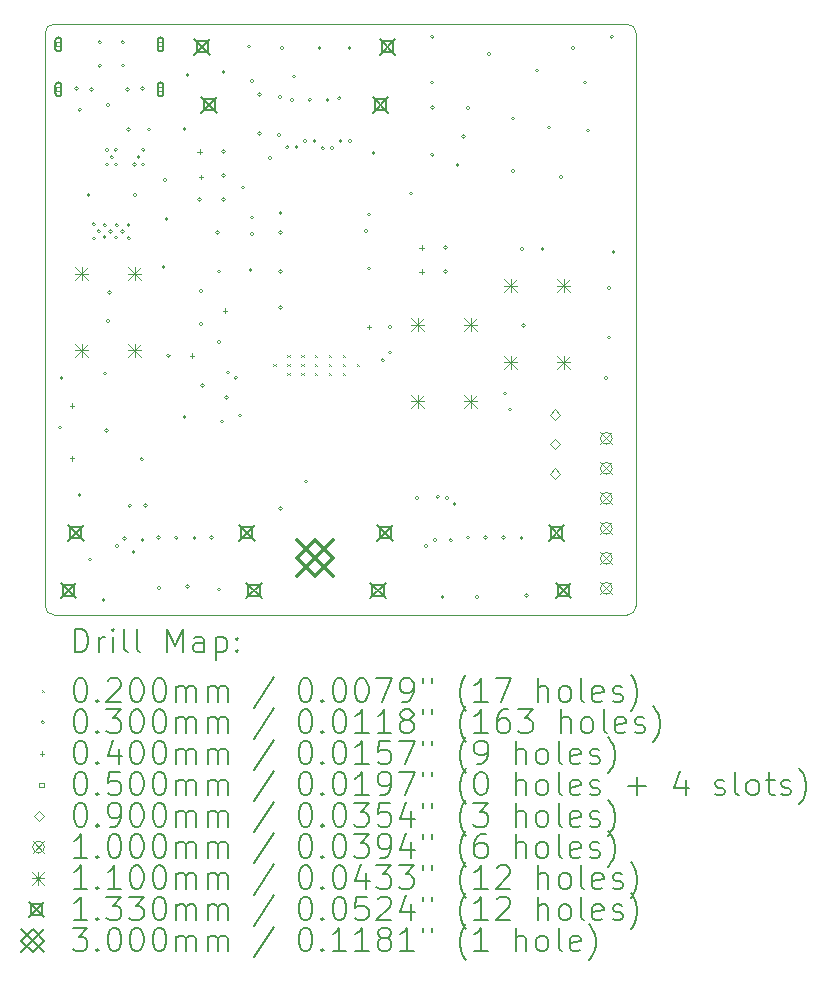
<source format=gbr>
%TF.GenerationSoftware,KiCad,Pcbnew,(6.0.10-0)*%
%TF.CreationDate,2022-12-29T22:01:07-08:00*%
%TF.ProjectId,HDMI-MUX,48444d49-2d4d-4555-982e-6b696361645f,rev?*%
%TF.SameCoordinates,Original*%
%TF.FileFunction,Drillmap*%
%TF.FilePolarity,Positive*%
%FSLAX45Y45*%
G04 Gerber Fmt 4.5, Leading zero omitted, Abs format (unit mm)*
G04 Created by KiCad (PCBNEW (6.0.10-0)) date 2022-12-29 22:01:07*
%MOMM*%
%LPD*%
G01*
G04 APERTURE LIST*
%ADD10C,0.100000*%
%ADD11C,0.200000*%
%ADD12C,0.020000*%
%ADD13C,0.030000*%
%ADD14C,0.040000*%
%ADD15C,0.050000*%
%ADD16C,0.090000*%
%ADD17C,0.110000*%
%ADD18C,0.133000*%
%ADD19C,0.300000*%
G04 APERTURE END LIST*
D10*
X2260600Y-6883400D02*
G75*
G03*
X2336800Y-6959600I76200J0D01*
G01*
X2336800Y-1955800D02*
X7188200Y-1955800D01*
X2260600Y-6883400D02*
X2260600Y-2032000D01*
X7188200Y-6959600D02*
X2336800Y-6959600D01*
X7264400Y-2032000D02*
G75*
G03*
X7188200Y-1955800I-76200J0D01*
G01*
X2336800Y-1955800D02*
G75*
G03*
X2260600Y-2032000I0J-76200D01*
G01*
X7264400Y-2032000D02*
X7264400Y-6883400D01*
X7188200Y-6959600D02*
G75*
G03*
X7264400Y-6883400I0J76200D01*
G01*
D11*
D12*
X4193025Y-4832450D02*
X4213025Y-4852450D01*
X4213025Y-4832450D02*
X4193025Y-4852450D01*
X4311525Y-4754950D02*
X4331525Y-4774950D01*
X4331525Y-4754950D02*
X4311525Y-4774950D01*
X4311525Y-4832450D02*
X4331525Y-4852450D01*
X4331525Y-4832450D02*
X4311525Y-4852450D01*
X4311525Y-4909950D02*
X4331525Y-4929950D01*
X4331525Y-4909950D02*
X4311525Y-4929950D01*
X4428525Y-4754950D02*
X4448525Y-4774950D01*
X4448525Y-4754950D02*
X4428525Y-4774950D01*
X4428525Y-4832450D02*
X4448525Y-4852450D01*
X4448525Y-4832450D02*
X4428525Y-4852450D01*
X4428525Y-4909950D02*
X4448525Y-4929950D01*
X4448525Y-4909950D02*
X4428525Y-4929950D01*
X4545525Y-4754950D02*
X4565525Y-4774950D01*
X4565525Y-4754950D02*
X4545525Y-4774950D01*
X4545525Y-4832450D02*
X4565525Y-4852450D01*
X4565525Y-4832450D02*
X4545525Y-4852450D01*
X4545525Y-4909950D02*
X4565525Y-4929950D01*
X4565525Y-4909950D02*
X4545525Y-4929950D01*
X4662525Y-4754950D02*
X4682525Y-4774950D01*
X4682525Y-4754950D02*
X4662525Y-4774950D01*
X4662525Y-4832450D02*
X4682525Y-4852450D01*
X4682525Y-4832450D02*
X4662525Y-4852450D01*
X4662525Y-4909950D02*
X4682525Y-4929950D01*
X4682525Y-4909950D02*
X4662525Y-4929950D01*
X4779525Y-4754950D02*
X4799525Y-4774950D01*
X4799525Y-4754950D02*
X4779525Y-4774950D01*
X4779525Y-4832450D02*
X4799525Y-4852450D01*
X4799525Y-4832450D02*
X4779525Y-4852450D01*
X4779525Y-4909950D02*
X4799525Y-4929950D01*
X4799525Y-4909950D02*
X4779525Y-4929950D01*
X4898025Y-4832450D02*
X4918025Y-4852450D01*
X4918025Y-4832450D02*
X4898025Y-4852450D01*
D13*
X2402600Y-5372100D02*
G75*
G03*
X2402600Y-5372100I-15000J0D01*
G01*
X2415300Y-4953000D02*
G75*
G03*
X2415300Y-4953000I-15000J0D01*
G01*
X2542300Y-2501900D02*
G75*
G03*
X2542300Y-2501900I-15000J0D01*
G01*
X2567700Y-5943600D02*
G75*
G03*
X2567700Y-5943600I-15000J0D01*
G01*
X2568725Y-2682125D02*
G75*
G03*
X2568725Y-2682125I-15000J0D01*
G01*
X2643900Y-3403600D02*
G75*
G03*
X2643900Y-3403600I-15000J0D01*
G01*
X2656600Y-6489700D02*
G75*
G03*
X2656600Y-6489700I-15000J0D01*
G01*
X2668725Y-2508625D02*
G75*
G03*
X2668725Y-2508625I-15000J0D01*
G01*
X2687725Y-3652125D02*
G75*
G03*
X2687725Y-3652125I-15000J0D01*
G01*
X2690725Y-3772125D02*
G75*
G03*
X2690725Y-3772125I-15000J0D01*
G01*
X2728725Y-3709125D02*
G75*
G03*
X2728725Y-3709125I-15000J0D01*
G01*
X2736725Y-2110125D02*
G75*
G03*
X2736725Y-2110125I-15000J0D01*
G01*
X2736725Y-2309125D02*
G75*
G03*
X2736725Y-2309125I-15000J0D01*
G01*
X2770900Y-6832600D02*
G75*
G03*
X2770900Y-6832600I-15000J0D01*
G01*
X2777725Y-3759125D02*
G75*
G03*
X2777725Y-3759125I-15000J0D01*
G01*
X2780725Y-3658125D02*
G75*
G03*
X2780725Y-3658125I-15000J0D01*
G01*
X2783600Y-4914900D02*
G75*
G03*
X2783600Y-4914900I-15000J0D01*
G01*
X2796300Y-5397500D02*
G75*
G03*
X2796300Y-5397500I-15000J0D01*
G01*
X2800725Y-3021125D02*
G75*
G03*
X2800725Y-3021125I-15000J0D01*
G01*
X2800725Y-3144125D02*
G75*
G03*
X2800725Y-3144125I-15000J0D01*
G01*
X2809000Y-2641600D02*
G75*
G03*
X2809000Y-2641600I-15000J0D01*
G01*
X2809000Y-4470400D02*
G75*
G03*
X2809000Y-4470400I-15000J0D01*
G01*
X2821700Y-4229100D02*
G75*
G03*
X2821700Y-4229100I-15000J0D01*
G01*
X2828725Y-3713125D02*
G75*
G03*
X2828725Y-3713125I-15000J0D01*
G01*
X2838725Y-3083125D02*
G75*
G03*
X2838725Y-3083125I-15000J0D01*
G01*
X2874725Y-3021125D02*
G75*
G03*
X2874725Y-3021125I-15000J0D01*
G01*
X2875725Y-3146125D02*
G75*
G03*
X2875725Y-3146125I-15000J0D01*
G01*
X2875725Y-3762125D02*
G75*
G03*
X2875725Y-3762125I-15000J0D01*
G01*
X2880725Y-3659125D02*
G75*
G03*
X2880725Y-3659125I-15000J0D01*
G01*
X2885200Y-6375400D02*
G75*
G03*
X2885200Y-6375400I-15000J0D01*
G01*
X2931725Y-3713125D02*
G75*
G03*
X2931725Y-3713125I-15000J0D01*
G01*
X2933725Y-2110125D02*
G75*
G03*
X2933725Y-2110125I-15000J0D01*
G01*
X2935725Y-2308125D02*
G75*
G03*
X2935725Y-2308125I-15000J0D01*
G01*
X2947050Y-6311770D02*
G75*
G03*
X2947050Y-6311770I-15000J0D01*
G01*
X2972725Y-2508625D02*
G75*
G03*
X2972725Y-2508625I-15000J0D01*
G01*
X2981725Y-3657125D02*
G75*
G03*
X2981725Y-3657125I-15000J0D01*
G01*
X2982475Y-2849125D02*
G75*
G03*
X2982475Y-2849125I-15000J0D01*
G01*
X2983725Y-3769125D02*
G75*
G03*
X2983725Y-3769125I-15000J0D01*
G01*
X2993031Y-6034902D02*
G75*
G03*
X2993031Y-6034902I-15000J0D01*
G01*
X3024900Y-6426200D02*
G75*
G03*
X3024900Y-6426200I-15000J0D01*
G01*
X3030725Y-3145125D02*
G75*
G03*
X3030725Y-3145125I-15000J0D01*
G01*
X3037600Y-3403600D02*
G75*
G03*
X3037600Y-3403600I-15000J0D01*
G01*
X3067725Y-3082125D02*
G75*
G03*
X3067725Y-3082125I-15000J0D01*
G01*
X3093550Y-5638800D02*
G75*
G03*
X3093550Y-5638800I-15000J0D01*
G01*
X3101100Y-2501900D02*
G75*
G03*
X3101100Y-2501900I-15000J0D01*
G01*
X3101100Y-6324600D02*
G75*
G03*
X3101100Y-6324600I-15000J0D01*
G01*
X3105725Y-3020125D02*
G75*
G03*
X3105725Y-3020125I-15000J0D01*
G01*
X3105725Y-3145125D02*
G75*
G03*
X3105725Y-3145125I-15000J0D01*
G01*
X3126500Y-6032500D02*
G75*
G03*
X3126500Y-6032500I-15000J0D01*
G01*
X3154975Y-2849125D02*
G75*
G03*
X3154975Y-2849125I-15000J0D01*
G01*
X3236185Y-6304328D02*
G75*
G03*
X3236185Y-6304328I-15000J0D01*
G01*
X3240800Y-6731000D02*
G75*
G03*
X3240800Y-6731000I-15000J0D01*
G01*
X3278900Y-4013200D02*
G75*
G03*
X3278900Y-4013200I-15000J0D01*
G01*
X3291600Y-3276600D02*
G75*
G03*
X3291600Y-3276600I-15000J0D01*
G01*
X3304300Y-3606800D02*
G75*
G03*
X3304300Y-3606800I-15000J0D01*
G01*
X3318600Y-4762500D02*
G75*
G03*
X3318600Y-4762500I-15000J0D01*
G01*
X3387813Y-6305730D02*
G75*
G03*
X3387813Y-6305730I-15000J0D01*
G01*
X3456700Y-2844800D02*
G75*
G03*
X3456700Y-2844800I-15000J0D01*
G01*
X3456700Y-5283200D02*
G75*
G03*
X3456700Y-5283200I-15000J0D01*
G01*
X3482100Y-2387600D02*
G75*
G03*
X3482100Y-2387600I-15000J0D01*
G01*
X3482100Y-6718300D02*
G75*
G03*
X3482100Y-6718300I-15000J0D01*
G01*
X3539630Y-6307160D02*
G75*
G03*
X3539630Y-6307160I-15000J0D01*
G01*
X3583700Y-3441700D02*
G75*
G03*
X3583700Y-3441700I-15000J0D01*
G01*
X3596400Y-4216400D02*
G75*
G03*
X3596400Y-4216400I-15000J0D01*
G01*
X3596400Y-4495800D02*
G75*
G03*
X3596400Y-4495800I-15000J0D01*
G01*
X3609100Y-5016500D02*
G75*
G03*
X3609100Y-5016500I-15000J0D01*
G01*
X3684597Y-6302840D02*
G75*
G03*
X3684597Y-6302840I-15000J0D01*
G01*
X3736100Y-3721100D02*
G75*
G03*
X3736100Y-3721100I-15000J0D01*
G01*
X3748800Y-4051300D02*
G75*
G03*
X3748800Y-4051300I-15000J0D01*
G01*
X3748800Y-4648200D02*
G75*
G03*
X3748800Y-4648200I-15000J0D01*
G01*
X3748800Y-6743700D02*
G75*
G03*
X3748800Y-6743700I-15000J0D01*
G01*
X3774200Y-5321300D02*
G75*
G03*
X3774200Y-5321300I-15000J0D01*
G01*
X3785300Y-3035300D02*
G75*
G03*
X3785300Y-3035300I-15000J0D01*
G01*
X3785300Y-3238500D02*
G75*
G03*
X3785300Y-3238500I-15000J0D01*
G01*
X3786900Y-2362200D02*
G75*
G03*
X3786900Y-2362200I-15000J0D01*
G01*
X3786900Y-3441700D02*
G75*
G03*
X3786900Y-3441700I-15000J0D01*
G01*
X3812300Y-5118100D02*
G75*
G03*
X3812300Y-5118100I-15000J0D01*
G01*
X3824050Y-4904344D02*
G75*
G03*
X3824050Y-4904344I-15000J0D01*
G01*
X3889450Y-4952026D02*
G75*
G03*
X3889450Y-4952026I-15000J0D01*
G01*
X3926600Y-5270500D02*
G75*
G03*
X3926600Y-5270500I-15000J0D01*
G01*
X3952000Y-3340100D02*
G75*
G03*
X3952000Y-3340100I-15000J0D01*
G01*
X4002800Y-2146300D02*
G75*
G03*
X4002800Y-2146300I-15000J0D01*
G01*
X4015500Y-4038600D02*
G75*
G03*
X4015500Y-4038600I-15000J0D01*
G01*
X4028200Y-2438400D02*
G75*
G03*
X4028200Y-2438400I-15000J0D01*
G01*
X4028200Y-3594100D02*
G75*
G03*
X4028200Y-3594100I-15000J0D01*
G01*
X4028200Y-3733800D02*
G75*
G03*
X4028200Y-3733800I-15000J0D01*
G01*
X4091700Y-2552700D02*
G75*
G03*
X4091700Y-2552700I-15000J0D01*
G01*
X4091700Y-2882900D02*
G75*
G03*
X4091700Y-2882900I-15000J0D01*
G01*
X4181550Y-3089570D02*
G75*
G03*
X4181550Y-3089570I-15000J0D01*
G01*
X4256800Y-2895600D02*
G75*
G03*
X4256800Y-2895600I-15000J0D01*
G01*
X4264734Y-2572412D02*
G75*
G03*
X4264734Y-2572412I-15000J0D01*
G01*
X4269500Y-3556000D02*
G75*
G03*
X4269500Y-3556000I-15000J0D01*
G01*
X4269500Y-3721100D02*
G75*
G03*
X4269500Y-3721100I-15000J0D01*
G01*
X4269500Y-4051300D02*
G75*
G03*
X4269500Y-4051300I-15000J0D01*
G01*
X4269500Y-4356100D02*
G75*
G03*
X4269500Y-4356100I-15000J0D01*
G01*
X4269500Y-6057900D02*
G75*
G03*
X4269500Y-6057900I-15000J0D01*
G01*
X4282200Y-2159000D02*
G75*
G03*
X4282200Y-2159000I-15000J0D01*
G01*
X4326275Y-2997200D02*
G75*
G03*
X4326275Y-2997200I-15000J0D01*
G01*
X4366012Y-2598279D02*
G75*
G03*
X4366012Y-2598279I-15000J0D01*
G01*
X4383800Y-2400300D02*
G75*
G03*
X4383800Y-2400300I-15000J0D01*
G01*
X4405475Y-2997200D02*
G75*
G03*
X4405475Y-2997200I-15000J0D01*
G01*
X4476275Y-2946400D02*
G75*
G03*
X4476275Y-2946400I-15000J0D01*
G01*
X4485400Y-5829300D02*
G75*
G03*
X4485400Y-5829300I-15000J0D01*
G01*
X4515873Y-2598411D02*
G75*
G03*
X4515873Y-2598411I-15000J0D01*
G01*
X4555475Y-2946400D02*
G75*
G03*
X4555475Y-2946400I-15000J0D01*
G01*
X4599700Y-2159000D02*
G75*
G03*
X4599700Y-2159000I-15000J0D01*
G01*
X4626275Y-3006335D02*
G75*
G03*
X4626275Y-3006335I-15000J0D01*
G01*
X4665878Y-2598410D02*
G75*
G03*
X4665878Y-2598410I-15000J0D01*
G01*
X4705475Y-3006335D02*
G75*
G03*
X4705475Y-3006335I-15000J0D01*
G01*
X4764800Y-2584100D02*
G75*
G03*
X4764800Y-2584100I-15000J0D01*
G01*
X4776275Y-2946400D02*
G75*
G03*
X4776275Y-2946400I-15000J0D01*
G01*
X4853700Y-2159000D02*
G75*
G03*
X4853700Y-2159000I-15000J0D01*
G01*
X4855475Y-2946400D02*
G75*
G03*
X4855475Y-2946400I-15000J0D01*
G01*
X4993400Y-3708400D02*
G75*
G03*
X4993400Y-3708400I-15000J0D01*
G01*
X5018800Y-3568700D02*
G75*
G03*
X5018800Y-3568700I-15000J0D01*
G01*
X5018800Y-4025900D02*
G75*
G03*
X5018800Y-4025900I-15000J0D01*
G01*
X5056900Y-3048000D02*
G75*
G03*
X5056900Y-3048000I-15000J0D01*
G01*
X5133100Y-4801550D02*
G75*
G03*
X5133100Y-4801550I-15000J0D01*
G01*
X5196600Y-4521200D02*
G75*
G03*
X5196600Y-4521200I-15000J0D01*
G01*
X5196600Y-4737100D02*
G75*
G03*
X5196600Y-4737100I-15000J0D01*
G01*
X5374400Y-3390900D02*
G75*
G03*
X5374400Y-3390900I-15000J0D01*
G01*
X5425200Y-5969050D02*
G75*
G03*
X5425200Y-5969050I-15000J0D01*
G01*
X5501400Y-6375400D02*
G75*
G03*
X5501400Y-6375400I-15000J0D01*
G01*
X5552200Y-2451100D02*
G75*
G03*
X5552200Y-2451100I-15000J0D01*
G01*
X5554200Y-2063000D02*
G75*
G03*
X5554200Y-2063000I-15000J0D01*
G01*
X5554200Y-2663000D02*
G75*
G03*
X5554200Y-2663000I-15000J0D01*
G01*
X5554200Y-3063000D02*
G75*
G03*
X5554200Y-3063000I-15000J0D01*
G01*
X5577600Y-6324600D02*
G75*
G03*
X5577600Y-6324600I-15000J0D01*
G01*
X5600000Y-5958073D02*
G75*
G03*
X5600000Y-5958073I-15000J0D01*
G01*
X5641100Y-6807200D02*
G75*
G03*
X5641100Y-6807200I-15000J0D01*
G01*
X5664900Y-3848100D02*
G75*
G03*
X5664900Y-3848100I-15000J0D01*
G01*
X5664900Y-4051300D02*
G75*
G03*
X5664900Y-4051300I-15000J0D01*
G01*
X5679200Y-5969000D02*
G75*
G03*
X5679200Y-5969000I-15000J0D01*
G01*
X5709249Y-6326280D02*
G75*
G03*
X5709249Y-6326280I-15000J0D01*
G01*
X5742700Y-6019800D02*
G75*
G03*
X5742700Y-6019800I-15000J0D01*
G01*
X5768100Y-3149600D02*
G75*
G03*
X5768100Y-3149600I-15000J0D01*
G01*
X5818900Y-2908300D02*
G75*
G03*
X5818900Y-2908300I-15000J0D01*
G01*
X5854594Y-6302843D02*
G75*
G03*
X5854594Y-6302843I-15000J0D01*
G01*
X5857000Y-2667000D02*
G75*
G03*
X5857000Y-2667000I-15000J0D01*
G01*
X5933200Y-6807200D02*
G75*
G03*
X5933200Y-6807200I-15000J0D01*
G01*
X6005316Y-6303527D02*
G75*
G03*
X6005316Y-6303527I-15000J0D01*
G01*
X6034800Y-2209800D02*
G75*
G03*
X6034800Y-2209800I-15000J0D01*
G01*
X6156841Y-6304908D02*
G75*
G03*
X6156841Y-6304908I-15000J0D01*
G01*
X6169273Y-5085227D02*
G75*
G03*
X6169273Y-5085227I-15000J0D01*
G01*
X6212600Y-5219700D02*
G75*
G03*
X6212600Y-5219700I-15000J0D01*
G01*
X6238000Y-2755900D02*
G75*
G03*
X6238000Y-2755900I-15000J0D01*
G01*
X6238000Y-3200400D02*
G75*
G03*
X6238000Y-3200400I-15000J0D01*
G01*
X6308546Y-6306323D02*
G75*
G03*
X6308546Y-6306323I-15000J0D01*
G01*
X6314200Y-3860800D02*
G75*
G03*
X6314200Y-3860800I-15000J0D01*
G01*
X6326900Y-4508500D02*
G75*
G03*
X6326900Y-4508500I-15000J0D01*
G01*
X6352300Y-6794500D02*
G75*
G03*
X6352300Y-6794500I-15000J0D01*
G01*
X6441200Y-2349500D02*
G75*
G03*
X6441200Y-2349500I-15000J0D01*
G01*
X6486700Y-3860800D02*
G75*
G03*
X6486700Y-3860800I-15000J0D01*
G01*
X6542800Y-2832100D02*
G75*
G03*
X6542800Y-2832100I-15000J0D01*
G01*
X6644400Y-3251200D02*
G75*
G03*
X6644400Y-3251200I-15000J0D01*
G01*
X6746000Y-2159000D02*
G75*
G03*
X6746000Y-2159000I-15000J0D01*
G01*
X6847600Y-2451100D02*
G75*
G03*
X6847600Y-2451100I-15000J0D01*
G01*
X6873000Y-2857500D02*
G75*
G03*
X6873000Y-2857500I-15000J0D01*
G01*
X7025400Y-4953000D02*
G75*
G03*
X7025400Y-4953000I-15000J0D01*
G01*
X7050800Y-4191000D02*
G75*
G03*
X7050800Y-4191000I-15000J0D01*
G01*
X7050800Y-4610100D02*
G75*
G03*
X7050800Y-4610100I-15000J0D01*
G01*
X7074200Y-2063000D02*
G75*
G03*
X7074200Y-2063000I-15000J0D01*
G01*
X7088900Y-3886200D02*
G75*
G03*
X7088900Y-3886200I-15000J0D01*
G01*
D14*
X2488550Y-5165800D02*
X2488550Y-5205800D01*
X2468550Y-5185800D02*
X2508550Y-5185800D01*
X2488550Y-5613800D02*
X2488550Y-5653800D01*
X2468550Y-5633800D02*
X2508550Y-5633800D01*
X3505200Y-4742500D02*
X3505200Y-4782500D01*
X3485200Y-4762500D02*
X3525200Y-4762500D01*
X3568700Y-3015300D02*
X3568700Y-3055300D01*
X3548700Y-3035300D02*
X3588700Y-3035300D01*
X3581400Y-3231200D02*
X3581400Y-3271200D01*
X3561400Y-3251200D02*
X3601400Y-3251200D01*
X3784600Y-4361500D02*
X3784600Y-4401500D01*
X3764600Y-4381500D02*
X3804600Y-4381500D01*
X5003800Y-4501200D02*
X5003800Y-4541200D01*
X4983800Y-4521200D02*
X5023800Y-4521200D01*
X5448300Y-3828100D02*
X5448300Y-3868100D01*
X5428300Y-3848100D02*
X5468300Y-3848100D01*
X5448300Y-4031300D02*
X5448300Y-4071300D01*
X5428300Y-4051300D02*
X5468300Y-4051300D01*
D15*
X2391403Y-2145803D02*
X2391403Y-2110447D01*
X2356047Y-2110447D01*
X2356047Y-2145803D01*
X2391403Y-2145803D01*
D11*
X2348725Y-2093125D02*
X2348725Y-2163125D01*
X2398725Y-2093125D02*
X2398725Y-2163125D01*
X2348725Y-2163125D02*
G75*
G03*
X2398725Y-2163125I25000J0D01*
G01*
X2398725Y-2093125D02*
G75*
G03*
X2348725Y-2093125I-25000J0D01*
G01*
D15*
X2391403Y-2525803D02*
X2391403Y-2490447D01*
X2356047Y-2490447D01*
X2356047Y-2525803D01*
X2391403Y-2525803D01*
D11*
X2348725Y-2473125D02*
X2348725Y-2543125D01*
X2398725Y-2473125D02*
X2398725Y-2543125D01*
X2348725Y-2543125D02*
G75*
G03*
X2398725Y-2543125I25000J0D01*
G01*
X2398725Y-2473125D02*
G75*
G03*
X2348725Y-2473125I-25000J0D01*
G01*
D15*
X3255403Y-2145803D02*
X3255403Y-2110447D01*
X3220047Y-2110447D01*
X3220047Y-2145803D01*
X3255403Y-2145803D01*
D11*
X3212725Y-2093125D02*
X3212725Y-2163125D01*
X3262725Y-2093125D02*
X3262725Y-2163125D01*
X3212725Y-2163125D02*
G75*
G03*
X3262725Y-2163125I25000J0D01*
G01*
X3262725Y-2093125D02*
G75*
G03*
X3212725Y-2093125I-25000J0D01*
G01*
D15*
X3255403Y-2525803D02*
X3255403Y-2490447D01*
X3220047Y-2490447D01*
X3220047Y-2525803D01*
X3255403Y-2525803D01*
D11*
X3212725Y-2473125D02*
X3212725Y-2543125D01*
X3262725Y-2473125D02*
X3262725Y-2543125D01*
X3212725Y-2543125D02*
G75*
G03*
X3262725Y-2543125I25000J0D01*
G01*
X3262725Y-2473125D02*
G75*
G03*
X3212725Y-2473125I-25000J0D01*
G01*
D16*
X6578600Y-5306800D02*
X6623600Y-5261800D01*
X6578600Y-5216800D01*
X6533600Y-5261800D01*
X6578600Y-5306800D01*
X6578600Y-5556800D02*
X6623600Y-5511800D01*
X6578600Y-5466800D01*
X6533600Y-5511800D01*
X6578600Y-5556800D01*
X6578600Y-5806800D02*
X6623600Y-5761800D01*
X6578600Y-5716800D01*
X6533600Y-5761800D01*
X6578600Y-5806800D01*
D10*
X6962900Y-5413500D02*
X7062900Y-5513500D01*
X7062900Y-5413500D02*
X6962900Y-5513500D01*
X7062900Y-5463500D02*
G75*
G03*
X7062900Y-5463500I-50000J0D01*
G01*
X6962900Y-5667500D02*
X7062900Y-5767500D01*
X7062900Y-5667500D02*
X6962900Y-5767500D01*
X7062900Y-5717500D02*
G75*
G03*
X7062900Y-5717500I-50000J0D01*
G01*
X6962900Y-5921500D02*
X7062900Y-6021500D01*
X7062900Y-5921500D02*
X6962900Y-6021500D01*
X7062900Y-5971500D02*
G75*
G03*
X7062900Y-5971500I-50000J0D01*
G01*
X6962900Y-6175500D02*
X7062900Y-6275500D01*
X7062900Y-6175500D02*
X6962900Y-6275500D01*
X7062900Y-6225500D02*
G75*
G03*
X7062900Y-6225500I-50000J0D01*
G01*
X6962900Y-6429500D02*
X7062900Y-6529500D01*
X7062900Y-6429500D02*
X6962900Y-6529500D01*
X7062900Y-6479500D02*
G75*
G03*
X7062900Y-6479500I-50000J0D01*
G01*
X6962900Y-6683500D02*
X7062900Y-6783500D01*
X7062900Y-6683500D02*
X6962900Y-6783500D01*
X7062900Y-6733500D02*
G75*
G03*
X7062900Y-6733500I-50000J0D01*
G01*
D17*
X2514000Y-4014200D02*
X2624000Y-4124200D01*
X2624000Y-4014200D02*
X2514000Y-4124200D01*
X2569000Y-4014200D02*
X2569000Y-4124200D01*
X2514000Y-4069200D02*
X2624000Y-4069200D01*
X2514000Y-4664200D02*
X2624000Y-4774200D01*
X2624000Y-4664200D02*
X2514000Y-4774200D01*
X2569000Y-4664200D02*
X2569000Y-4774200D01*
X2514000Y-4719200D02*
X2624000Y-4719200D01*
X2964000Y-4014200D02*
X3074000Y-4124200D01*
X3074000Y-4014200D02*
X2964000Y-4124200D01*
X3019000Y-4014200D02*
X3019000Y-4124200D01*
X2964000Y-4069200D02*
X3074000Y-4069200D01*
X2964000Y-4664200D02*
X3074000Y-4774200D01*
X3074000Y-4664200D02*
X2964000Y-4774200D01*
X3019000Y-4664200D02*
X3019000Y-4774200D01*
X2964000Y-4719200D02*
X3074000Y-4719200D01*
X5358800Y-4446000D02*
X5468800Y-4556000D01*
X5468800Y-4446000D02*
X5358800Y-4556000D01*
X5413800Y-4446000D02*
X5413800Y-4556000D01*
X5358800Y-4501000D02*
X5468800Y-4501000D01*
X5358800Y-5096000D02*
X5468800Y-5206000D01*
X5468800Y-5096000D02*
X5358800Y-5206000D01*
X5413800Y-5096000D02*
X5413800Y-5206000D01*
X5358800Y-5151000D02*
X5468800Y-5151000D01*
X5808800Y-4446000D02*
X5918800Y-4556000D01*
X5918800Y-4446000D02*
X5808800Y-4556000D01*
X5863800Y-4446000D02*
X5863800Y-4556000D01*
X5808800Y-4501000D02*
X5918800Y-4501000D01*
X5808800Y-5096000D02*
X5918800Y-5206000D01*
X5918800Y-5096000D02*
X5808800Y-5206000D01*
X5863800Y-5096000D02*
X5863800Y-5206000D01*
X5808800Y-5151000D02*
X5918800Y-5151000D01*
X6146200Y-4115800D02*
X6256200Y-4225800D01*
X6256200Y-4115800D02*
X6146200Y-4225800D01*
X6201200Y-4115800D02*
X6201200Y-4225800D01*
X6146200Y-4170800D02*
X6256200Y-4170800D01*
X6146200Y-4765800D02*
X6256200Y-4875800D01*
X6256200Y-4765800D02*
X6146200Y-4875800D01*
X6201200Y-4765800D02*
X6201200Y-4875800D01*
X6146200Y-4820800D02*
X6256200Y-4820800D01*
X6596200Y-4115800D02*
X6706200Y-4225800D01*
X6706200Y-4115800D02*
X6596200Y-4225800D01*
X6651200Y-4115800D02*
X6651200Y-4225800D01*
X6596200Y-4170800D02*
X6706200Y-4170800D01*
X6596200Y-4765800D02*
X6706200Y-4875800D01*
X6706200Y-4765800D02*
X6596200Y-4875800D01*
X6651200Y-4765800D02*
X6651200Y-4875800D01*
X6596200Y-4820800D02*
X6706200Y-4820800D01*
D18*
X2393100Y-6685700D02*
X2526100Y-6818700D01*
X2526100Y-6685700D02*
X2393100Y-6818700D01*
X2506623Y-6799223D02*
X2506623Y-6705177D01*
X2412577Y-6705177D01*
X2412577Y-6799223D01*
X2506623Y-6799223D01*
X2453100Y-6195700D02*
X2586100Y-6328700D01*
X2586100Y-6195700D02*
X2453100Y-6328700D01*
X2566623Y-6309223D02*
X2566623Y-6215177D01*
X2472577Y-6215177D01*
X2472577Y-6309223D01*
X2566623Y-6309223D01*
X3524375Y-2082550D02*
X3657375Y-2215550D01*
X3657375Y-2082550D02*
X3524375Y-2215550D01*
X3637898Y-2196073D02*
X3637898Y-2102027D01*
X3543852Y-2102027D01*
X3543852Y-2196073D01*
X3637898Y-2196073D01*
X3584375Y-2572550D02*
X3717375Y-2705550D01*
X3717375Y-2572550D02*
X3584375Y-2705550D01*
X3697898Y-2686073D02*
X3697898Y-2592027D01*
X3603852Y-2592027D01*
X3603852Y-2686073D01*
X3697898Y-2686073D01*
X3903100Y-6195700D02*
X4036100Y-6328700D01*
X4036100Y-6195700D02*
X3903100Y-6328700D01*
X4016623Y-6309223D02*
X4016623Y-6215177D01*
X3922577Y-6215177D01*
X3922577Y-6309223D01*
X4016623Y-6309223D01*
X3963100Y-6685700D02*
X4096100Y-6818700D01*
X4096100Y-6685700D02*
X3963100Y-6818700D01*
X4076623Y-6799223D02*
X4076623Y-6705177D01*
X3982577Y-6705177D01*
X3982577Y-6799223D01*
X4076623Y-6799223D01*
X5013100Y-6685700D02*
X5146100Y-6818700D01*
X5146100Y-6685700D02*
X5013100Y-6818700D01*
X5126623Y-6799223D02*
X5126623Y-6705177D01*
X5032577Y-6705177D01*
X5032577Y-6799223D01*
X5126623Y-6799223D01*
X5034375Y-2572550D02*
X5167375Y-2705550D01*
X5167375Y-2572550D02*
X5034375Y-2705550D01*
X5147898Y-2686073D02*
X5147898Y-2592027D01*
X5053852Y-2592027D01*
X5053852Y-2686073D01*
X5147898Y-2686073D01*
X5073100Y-6195700D02*
X5206100Y-6328700D01*
X5206100Y-6195700D02*
X5073100Y-6328700D01*
X5186623Y-6309223D02*
X5186623Y-6215177D01*
X5092577Y-6215177D01*
X5092577Y-6309223D01*
X5186623Y-6309223D01*
X5094375Y-2082550D02*
X5227375Y-2215550D01*
X5227375Y-2082550D02*
X5094375Y-2215550D01*
X5207898Y-2196073D02*
X5207898Y-2102027D01*
X5113852Y-2102027D01*
X5113852Y-2196073D01*
X5207898Y-2196073D01*
X6523100Y-6195700D02*
X6656100Y-6328700D01*
X6656100Y-6195700D02*
X6523100Y-6328700D01*
X6636623Y-6309223D02*
X6636623Y-6215177D01*
X6542577Y-6215177D01*
X6542577Y-6309223D01*
X6636623Y-6309223D01*
X6583100Y-6685700D02*
X6716100Y-6818700D01*
X6716100Y-6685700D02*
X6583100Y-6818700D01*
X6696623Y-6799223D02*
X6696623Y-6705177D01*
X6602577Y-6705177D01*
X6602577Y-6799223D01*
X6696623Y-6799223D01*
D19*
X4396600Y-6327000D02*
X4696600Y-6627000D01*
X4696600Y-6327000D02*
X4396600Y-6627000D01*
X4546600Y-6627000D02*
X4696600Y-6477000D01*
X4546600Y-6327000D01*
X4396600Y-6477000D01*
X4546600Y-6627000D01*
D11*
X2513219Y-7275076D02*
X2513219Y-7075076D01*
X2560838Y-7075076D01*
X2589410Y-7084600D01*
X2608457Y-7103648D01*
X2617981Y-7122695D01*
X2627505Y-7160790D01*
X2627505Y-7189362D01*
X2617981Y-7227457D01*
X2608457Y-7246505D01*
X2589410Y-7265552D01*
X2560838Y-7275076D01*
X2513219Y-7275076D01*
X2713219Y-7275076D02*
X2713219Y-7141743D01*
X2713219Y-7179838D02*
X2722743Y-7160790D01*
X2732267Y-7151267D01*
X2751314Y-7141743D01*
X2770362Y-7141743D01*
X2837028Y-7275076D02*
X2837028Y-7141743D01*
X2837028Y-7075076D02*
X2827505Y-7084600D01*
X2837028Y-7094124D01*
X2846552Y-7084600D01*
X2837028Y-7075076D01*
X2837028Y-7094124D01*
X2960838Y-7275076D02*
X2941790Y-7265552D01*
X2932267Y-7246505D01*
X2932267Y-7075076D01*
X3065600Y-7275076D02*
X3046552Y-7265552D01*
X3037028Y-7246505D01*
X3037028Y-7075076D01*
X3294171Y-7275076D02*
X3294171Y-7075076D01*
X3360838Y-7217933D01*
X3427505Y-7075076D01*
X3427505Y-7275076D01*
X3608457Y-7275076D02*
X3608457Y-7170314D01*
X3598933Y-7151267D01*
X3579886Y-7141743D01*
X3541790Y-7141743D01*
X3522743Y-7151267D01*
X3608457Y-7265552D02*
X3589409Y-7275076D01*
X3541790Y-7275076D01*
X3522743Y-7265552D01*
X3513219Y-7246505D01*
X3513219Y-7227457D01*
X3522743Y-7208409D01*
X3541790Y-7198886D01*
X3589409Y-7198886D01*
X3608457Y-7189362D01*
X3703695Y-7141743D02*
X3703695Y-7341743D01*
X3703695Y-7151267D02*
X3722743Y-7141743D01*
X3760838Y-7141743D01*
X3779886Y-7151267D01*
X3789409Y-7160790D01*
X3798933Y-7179838D01*
X3798933Y-7236981D01*
X3789409Y-7256028D01*
X3779886Y-7265552D01*
X3760838Y-7275076D01*
X3722743Y-7275076D01*
X3703695Y-7265552D01*
X3884648Y-7256028D02*
X3894171Y-7265552D01*
X3884648Y-7275076D01*
X3875124Y-7265552D01*
X3884648Y-7256028D01*
X3884648Y-7275076D01*
X3884648Y-7151267D02*
X3894171Y-7160790D01*
X3884648Y-7170314D01*
X3875124Y-7160790D01*
X3884648Y-7151267D01*
X3884648Y-7170314D01*
D12*
X2235600Y-7594600D02*
X2255600Y-7614600D01*
X2255600Y-7594600D02*
X2235600Y-7614600D01*
D11*
X2551314Y-7495076D02*
X2570362Y-7495076D01*
X2589410Y-7504600D01*
X2598933Y-7514124D01*
X2608457Y-7533171D01*
X2617981Y-7571267D01*
X2617981Y-7618886D01*
X2608457Y-7656981D01*
X2598933Y-7676028D01*
X2589410Y-7685552D01*
X2570362Y-7695076D01*
X2551314Y-7695076D01*
X2532267Y-7685552D01*
X2522743Y-7676028D01*
X2513219Y-7656981D01*
X2503695Y-7618886D01*
X2503695Y-7571267D01*
X2513219Y-7533171D01*
X2522743Y-7514124D01*
X2532267Y-7504600D01*
X2551314Y-7495076D01*
X2703695Y-7676028D02*
X2713219Y-7685552D01*
X2703695Y-7695076D01*
X2694171Y-7685552D01*
X2703695Y-7676028D01*
X2703695Y-7695076D01*
X2789410Y-7514124D02*
X2798933Y-7504600D01*
X2817981Y-7495076D01*
X2865600Y-7495076D01*
X2884648Y-7504600D01*
X2894171Y-7514124D01*
X2903695Y-7533171D01*
X2903695Y-7552219D01*
X2894171Y-7580790D01*
X2779886Y-7695076D01*
X2903695Y-7695076D01*
X3027505Y-7495076D02*
X3046552Y-7495076D01*
X3065600Y-7504600D01*
X3075124Y-7514124D01*
X3084648Y-7533171D01*
X3094171Y-7571267D01*
X3094171Y-7618886D01*
X3084648Y-7656981D01*
X3075124Y-7676028D01*
X3065600Y-7685552D01*
X3046552Y-7695076D01*
X3027505Y-7695076D01*
X3008457Y-7685552D01*
X2998933Y-7676028D01*
X2989409Y-7656981D01*
X2979886Y-7618886D01*
X2979886Y-7571267D01*
X2989409Y-7533171D01*
X2998933Y-7514124D01*
X3008457Y-7504600D01*
X3027505Y-7495076D01*
X3217981Y-7495076D02*
X3237028Y-7495076D01*
X3256076Y-7504600D01*
X3265600Y-7514124D01*
X3275124Y-7533171D01*
X3284648Y-7571267D01*
X3284648Y-7618886D01*
X3275124Y-7656981D01*
X3265600Y-7676028D01*
X3256076Y-7685552D01*
X3237028Y-7695076D01*
X3217981Y-7695076D01*
X3198933Y-7685552D01*
X3189409Y-7676028D01*
X3179886Y-7656981D01*
X3170362Y-7618886D01*
X3170362Y-7571267D01*
X3179886Y-7533171D01*
X3189409Y-7514124D01*
X3198933Y-7504600D01*
X3217981Y-7495076D01*
X3370362Y-7695076D02*
X3370362Y-7561743D01*
X3370362Y-7580790D02*
X3379886Y-7571267D01*
X3398933Y-7561743D01*
X3427505Y-7561743D01*
X3446552Y-7571267D01*
X3456076Y-7590314D01*
X3456076Y-7695076D01*
X3456076Y-7590314D02*
X3465600Y-7571267D01*
X3484648Y-7561743D01*
X3513219Y-7561743D01*
X3532267Y-7571267D01*
X3541790Y-7590314D01*
X3541790Y-7695076D01*
X3637028Y-7695076D02*
X3637028Y-7561743D01*
X3637028Y-7580790D02*
X3646552Y-7571267D01*
X3665600Y-7561743D01*
X3694171Y-7561743D01*
X3713219Y-7571267D01*
X3722743Y-7590314D01*
X3722743Y-7695076D01*
X3722743Y-7590314D02*
X3732267Y-7571267D01*
X3751314Y-7561743D01*
X3779886Y-7561743D01*
X3798933Y-7571267D01*
X3808457Y-7590314D01*
X3808457Y-7695076D01*
X4198933Y-7485552D02*
X4027505Y-7742695D01*
X4456076Y-7495076D02*
X4475124Y-7495076D01*
X4494171Y-7504600D01*
X4503695Y-7514124D01*
X4513219Y-7533171D01*
X4522743Y-7571267D01*
X4522743Y-7618886D01*
X4513219Y-7656981D01*
X4503695Y-7676028D01*
X4494171Y-7685552D01*
X4475124Y-7695076D01*
X4456076Y-7695076D01*
X4437029Y-7685552D01*
X4427505Y-7676028D01*
X4417981Y-7656981D01*
X4408457Y-7618886D01*
X4408457Y-7571267D01*
X4417981Y-7533171D01*
X4427505Y-7514124D01*
X4437029Y-7504600D01*
X4456076Y-7495076D01*
X4608457Y-7676028D02*
X4617981Y-7685552D01*
X4608457Y-7695076D01*
X4598933Y-7685552D01*
X4608457Y-7676028D01*
X4608457Y-7695076D01*
X4741790Y-7495076D02*
X4760838Y-7495076D01*
X4779886Y-7504600D01*
X4789410Y-7514124D01*
X4798933Y-7533171D01*
X4808457Y-7571267D01*
X4808457Y-7618886D01*
X4798933Y-7656981D01*
X4789410Y-7676028D01*
X4779886Y-7685552D01*
X4760838Y-7695076D01*
X4741790Y-7695076D01*
X4722743Y-7685552D01*
X4713219Y-7676028D01*
X4703695Y-7656981D01*
X4694171Y-7618886D01*
X4694171Y-7571267D01*
X4703695Y-7533171D01*
X4713219Y-7514124D01*
X4722743Y-7504600D01*
X4741790Y-7495076D01*
X4932267Y-7495076D02*
X4951314Y-7495076D01*
X4970362Y-7504600D01*
X4979886Y-7514124D01*
X4989410Y-7533171D01*
X4998933Y-7571267D01*
X4998933Y-7618886D01*
X4989410Y-7656981D01*
X4979886Y-7676028D01*
X4970362Y-7685552D01*
X4951314Y-7695076D01*
X4932267Y-7695076D01*
X4913219Y-7685552D01*
X4903695Y-7676028D01*
X4894171Y-7656981D01*
X4884648Y-7618886D01*
X4884648Y-7571267D01*
X4894171Y-7533171D01*
X4903695Y-7514124D01*
X4913219Y-7504600D01*
X4932267Y-7495076D01*
X5065600Y-7495076D02*
X5198933Y-7495076D01*
X5113219Y-7695076D01*
X5284648Y-7695076D02*
X5322743Y-7695076D01*
X5341790Y-7685552D01*
X5351314Y-7676028D01*
X5370362Y-7647457D01*
X5379886Y-7609362D01*
X5379886Y-7533171D01*
X5370362Y-7514124D01*
X5360838Y-7504600D01*
X5341790Y-7495076D01*
X5303695Y-7495076D01*
X5284648Y-7504600D01*
X5275124Y-7514124D01*
X5265600Y-7533171D01*
X5265600Y-7580790D01*
X5275124Y-7599838D01*
X5284648Y-7609362D01*
X5303695Y-7618886D01*
X5341790Y-7618886D01*
X5360838Y-7609362D01*
X5370362Y-7599838D01*
X5379886Y-7580790D01*
X5456076Y-7495076D02*
X5456076Y-7533171D01*
X5532267Y-7495076D02*
X5532267Y-7533171D01*
X5827505Y-7771267D02*
X5817981Y-7761743D01*
X5798933Y-7733171D01*
X5789409Y-7714124D01*
X5779886Y-7685552D01*
X5770362Y-7637933D01*
X5770362Y-7599838D01*
X5779886Y-7552219D01*
X5789409Y-7523648D01*
X5798933Y-7504600D01*
X5817981Y-7476028D01*
X5827505Y-7466505D01*
X6008457Y-7695076D02*
X5894171Y-7695076D01*
X5951314Y-7695076D02*
X5951314Y-7495076D01*
X5932267Y-7523648D01*
X5913219Y-7542695D01*
X5894171Y-7552219D01*
X6075124Y-7495076D02*
X6208457Y-7495076D01*
X6122743Y-7695076D01*
X6437028Y-7695076D02*
X6437028Y-7495076D01*
X6522743Y-7695076D02*
X6522743Y-7590314D01*
X6513219Y-7571267D01*
X6494171Y-7561743D01*
X6465600Y-7561743D01*
X6446552Y-7571267D01*
X6437028Y-7580790D01*
X6646552Y-7695076D02*
X6627505Y-7685552D01*
X6617981Y-7676028D01*
X6608457Y-7656981D01*
X6608457Y-7599838D01*
X6617981Y-7580790D01*
X6627505Y-7571267D01*
X6646552Y-7561743D01*
X6675124Y-7561743D01*
X6694171Y-7571267D01*
X6703695Y-7580790D01*
X6713219Y-7599838D01*
X6713219Y-7656981D01*
X6703695Y-7676028D01*
X6694171Y-7685552D01*
X6675124Y-7695076D01*
X6646552Y-7695076D01*
X6827505Y-7695076D02*
X6808457Y-7685552D01*
X6798933Y-7666505D01*
X6798933Y-7495076D01*
X6979886Y-7685552D02*
X6960838Y-7695076D01*
X6922743Y-7695076D01*
X6903695Y-7685552D01*
X6894171Y-7666505D01*
X6894171Y-7590314D01*
X6903695Y-7571267D01*
X6922743Y-7561743D01*
X6960838Y-7561743D01*
X6979886Y-7571267D01*
X6989409Y-7590314D01*
X6989409Y-7609362D01*
X6894171Y-7628409D01*
X7065600Y-7685552D02*
X7084648Y-7695076D01*
X7122743Y-7695076D01*
X7141790Y-7685552D01*
X7151314Y-7666505D01*
X7151314Y-7656981D01*
X7141790Y-7637933D01*
X7122743Y-7628409D01*
X7094171Y-7628409D01*
X7075124Y-7618886D01*
X7065600Y-7599838D01*
X7065600Y-7590314D01*
X7075124Y-7571267D01*
X7094171Y-7561743D01*
X7122743Y-7561743D01*
X7141790Y-7571267D01*
X7217981Y-7771267D02*
X7227505Y-7761743D01*
X7246552Y-7733171D01*
X7256076Y-7714124D01*
X7265600Y-7685552D01*
X7275124Y-7637933D01*
X7275124Y-7599838D01*
X7265600Y-7552219D01*
X7256076Y-7523648D01*
X7246552Y-7504600D01*
X7227505Y-7476028D01*
X7217981Y-7466505D01*
D13*
X2255600Y-7868600D02*
G75*
G03*
X2255600Y-7868600I-15000J0D01*
G01*
D11*
X2551314Y-7759076D02*
X2570362Y-7759076D01*
X2589410Y-7768600D01*
X2598933Y-7778124D01*
X2608457Y-7797171D01*
X2617981Y-7835267D01*
X2617981Y-7882886D01*
X2608457Y-7920981D01*
X2598933Y-7940028D01*
X2589410Y-7949552D01*
X2570362Y-7959076D01*
X2551314Y-7959076D01*
X2532267Y-7949552D01*
X2522743Y-7940028D01*
X2513219Y-7920981D01*
X2503695Y-7882886D01*
X2503695Y-7835267D01*
X2513219Y-7797171D01*
X2522743Y-7778124D01*
X2532267Y-7768600D01*
X2551314Y-7759076D01*
X2703695Y-7940028D02*
X2713219Y-7949552D01*
X2703695Y-7959076D01*
X2694171Y-7949552D01*
X2703695Y-7940028D01*
X2703695Y-7959076D01*
X2779886Y-7759076D02*
X2903695Y-7759076D01*
X2837028Y-7835267D01*
X2865600Y-7835267D01*
X2884648Y-7844790D01*
X2894171Y-7854314D01*
X2903695Y-7873362D01*
X2903695Y-7920981D01*
X2894171Y-7940028D01*
X2884648Y-7949552D01*
X2865600Y-7959076D01*
X2808457Y-7959076D01*
X2789410Y-7949552D01*
X2779886Y-7940028D01*
X3027505Y-7759076D02*
X3046552Y-7759076D01*
X3065600Y-7768600D01*
X3075124Y-7778124D01*
X3084648Y-7797171D01*
X3094171Y-7835267D01*
X3094171Y-7882886D01*
X3084648Y-7920981D01*
X3075124Y-7940028D01*
X3065600Y-7949552D01*
X3046552Y-7959076D01*
X3027505Y-7959076D01*
X3008457Y-7949552D01*
X2998933Y-7940028D01*
X2989409Y-7920981D01*
X2979886Y-7882886D01*
X2979886Y-7835267D01*
X2989409Y-7797171D01*
X2998933Y-7778124D01*
X3008457Y-7768600D01*
X3027505Y-7759076D01*
X3217981Y-7759076D02*
X3237028Y-7759076D01*
X3256076Y-7768600D01*
X3265600Y-7778124D01*
X3275124Y-7797171D01*
X3284648Y-7835267D01*
X3284648Y-7882886D01*
X3275124Y-7920981D01*
X3265600Y-7940028D01*
X3256076Y-7949552D01*
X3237028Y-7959076D01*
X3217981Y-7959076D01*
X3198933Y-7949552D01*
X3189409Y-7940028D01*
X3179886Y-7920981D01*
X3170362Y-7882886D01*
X3170362Y-7835267D01*
X3179886Y-7797171D01*
X3189409Y-7778124D01*
X3198933Y-7768600D01*
X3217981Y-7759076D01*
X3370362Y-7959076D02*
X3370362Y-7825743D01*
X3370362Y-7844790D02*
X3379886Y-7835267D01*
X3398933Y-7825743D01*
X3427505Y-7825743D01*
X3446552Y-7835267D01*
X3456076Y-7854314D01*
X3456076Y-7959076D01*
X3456076Y-7854314D02*
X3465600Y-7835267D01*
X3484648Y-7825743D01*
X3513219Y-7825743D01*
X3532267Y-7835267D01*
X3541790Y-7854314D01*
X3541790Y-7959076D01*
X3637028Y-7959076D02*
X3637028Y-7825743D01*
X3637028Y-7844790D02*
X3646552Y-7835267D01*
X3665600Y-7825743D01*
X3694171Y-7825743D01*
X3713219Y-7835267D01*
X3722743Y-7854314D01*
X3722743Y-7959076D01*
X3722743Y-7854314D02*
X3732267Y-7835267D01*
X3751314Y-7825743D01*
X3779886Y-7825743D01*
X3798933Y-7835267D01*
X3808457Y-7854314D01*
X3808457Y-7959076D01*
X4198933Y-7749552D02*
X4027505Y-8006695D01*
X4456076Y-7759076D02*
X4475124Y-7759076D01*
X4494171Y-7768600D01*
X4503695Y-7778124D01*
X4513219Y-7797171D01*
X4522743Y-7835267D01*
X4522743Y-7882886D01*
X4513219Y-7920981D01*
X4503695Y-7940028D01*
X4494171Y-7949552D01*
X4475124Y-7959076D01*
X4456076Y-7959076D01*
X4437029Y-7949552D01*
X4427505Y-7940028D01*
X4417981Y-7920981D01*
X4408457Y-7882886D01*
X4408457Y-7835267D01*
X4417981Y-7797171D01*
X4427505Y-7778124D01*
X4437029Y-7768600D01*
X4456076Y-7759076D01*
X4608457Y-7940028D02*
X4617981Y-7949552D01*
X4608457Y-7959076D01*
X4598933Y-7949552D01*
X4608457Y-7940028D01*
X4608457Y-7959076D01*
X4741790Y-7759076D02*
X4760838Y-7759076D01*
X4779886Y-7768600D01*
X4789410Y-7778124D01*
X4798933Y-7797171D01*
X4808457Y-7835267D01*
X4808457Y-7882886D01*
X4798933Y-7920981D01*
X4789410Y-7940028D01*
X4779886Y-7949552D01*
X4760838Y-7959076D01*
X4741790Y-7959076D01*
X4722743Y-7949552D01*
X4713219Y-7940028D01*
X4703695Y-7920981D01*
X4694171Y-7882886D01*
X4694171Y-7835267D01*
X4703695Y-7797171D01*
X4713219Y-7778124D01*
X4722743Y-7768600D01*
X4741790Y-7759076D01*
X4998933Y-7959076D02*
X4884648Y-7959076D01*
X4941790Y-7959076D02*
X4941790Y-7759076D01*
X4922743Y-7787648D01*
X4903695Y-7806695D01*
X4884648Y-7816219D01*
X5189410Y-7959076D02*
X5075124Y-7959076D01*
X5132267Y-7959076D02*
X5132267Y-7759076D01*
X5113219Y-7787648D01*
X5094171Y-7806695D01*
X5075124Y-7816219D01*
X5303695Y-7844790D02*
X5284648Y-7835267D01*
X5275124Y-7825743D01*
X5265600Y-7806695D01*
X5265600Y-7797171D01*
X5275124Y-7778124D01*
X5284648Y-7768600D01*
X5303695Y-7759076D01*
X5341790Y-7759076D01*
X5360838Y-7768600D01*
X5370362Y-7778124D01*
X5379886Y-7797171D01*
X5379886Y-7806695D01*
X5370362Y-7825743D01*
X5360838Y-7835267D01*
X5341790Y-7844790D01*
X5303695Y-7844790D01*
X5284648Y-7854314D01*
X5275124Y-7863838D01*
X5265600Y-7882886D01*
X5265600Y-7920981D01*
X5275124Y-7940028D01*
X5284648Y-7949552D01*
X5303695Y-7959076D01*
X5341790Y-7959076D01*
X5360838Y-7949552D01*
X5370362Y-7940028D01*
X5379886Y-7920981D01*
X5379886Y-7882886D01*
X5370362Y-7863838D01*
X5360838Y-7854314D01*
X5341790Y-7844790D01*
X5456076Y-7759076D02*
X5456076Y-7797171D01*
X5532267Y-7759076D02*
X5532267Y-7797171D01*
X5827505Y-8035267D02*
X5817981Y-8025743D01*
X5798933Y-7997171D01*
X5789409Y-7978124D01*
X5779886Y-7949552D01*
X5770362Y-7901933D01*
X5770362Y-7863838D01*
X5779886Y-7816219D01*
X5789409Y-7787648D01*
X5798933Y-7768600D01*
X5817981Y-7740028D01*
X5827505Y-7730505D01*
X6008457Y-7959076D02*
X5894171Y-7959076D01*
X5951314Y-7959076D02*
X5951314Y-7759076D01*
X5932267Y-7787648D01*
X5913219Y-7806695D01*
X5894171Y-7816219D01*
X6179886Y-7759076D02*
X6141790Y-7759076D01*
X6122743Y-7768600D01*
X6113219Y-7778124D01*
X6094171Y-7806695D01*
X6084648Y-7844790D01*
X6084648Y-7920981D01*
X6094171Y-7940028D01*
X6103695Y-7949552D01*
X6122743Y-7959076D01*
X6160838Y-7959076D01*
X6179886Y-7949552D01*
X6189409Y-7940028D01*
X6198933Y-7920981D01*
X6198933Y-7873362D01*
X6189409Y-7854314D01*
X6179886Y-7844790D01*
X6160838Y-7835267D01*
X6122743Y-7835267D01*
X6103695Y-7844790D01*
X6094171Y-7854314D01*
X6084648Y-7873362D01*
X6265600Y-7759076D02*
X6389409Y-7759076D01*
X6322743Y-7835267D01*
X6351314Y-7835267D01*
X6370362Y-7844790D01*
X6379886Y-7854314D01*
X6389409Y-7873362D01*
X6389409Y-7920981D01*
X6379886Y-7940028D01*
X6370362Y-7949552D01*
X6351314Y-7959076D01*
X6294171Y-7959076D01*
X6275124Y-7949552D01*
X6265600Y-7940028D01*
X6627505Y-7959076D02*
X6627505Y-7759076D01*
X6713219Y-7959076D02*
X6713219Y-7854314D01*
X6703695Y-7835267D01*
X6684648Y-7825743D01*
X6656076Y-7825743D01*
X6637028Y-7835267D01*
X6627505Y-7844790D01*
X6837028Y-7959076D02*
X6817981Y-7949552D01*
X6808457Y-7940028D01*
X6798933Y-7920981D01*
X6798933Y-7863838D01*
X6808457Y-7844790D01*
X6817981Y-7835267D01*
X6837028Y-7825743D01*
X6865600Y-7825743D01*
X6884648Y-7835267D01*
X6894171Y-7844790D01*
X6903695Y-7863838D01*
X6903695Y-7920981D01*
X6894171Y-7940028D01*
X6884648Y-7949552D01*
X6865600Y-7959076D01*
X6837028Y-7959076D01*
X7017981Y-7959076D02*
X6998933Y-7949552D01*
X6989409Y-7930505D01*
X6989409Y-7759076D01*
X7170362Y-7949552D02*
X7151314Y-7959076D01*
X7113219Y-7959076D01*
X7094171Y-7949552D01*
X7084648Y-7930505D01*
X7084648Y-7854314D01*
X7094171Y-7835267D01*
X7113219Y-7825743D01*
X7151314Y-7825743D01*
X7170362Y-7835267D01*
X7179886Y-7854314D01*
X7179886Y-7873362D01*
X7084648Y-7892409D01*
X7256076Y-7949552D02*
X7275124Y-7959076D01*
X7313219Y-7959076D01*
X7332267Y-7949552D01*
X7341790Y-7930505D01*
X7341790Y-7920981D01*
X7332267Y-7901933D01*
X7313219Y-7892409D01*
X7284648Y-7892409D01*
X7265600Y-7882886D01*
X7256076Y-7863838D01*
X7256076Y-7854314D01*
X7265600Y-7835267D01*
X7284648Y-7825743D01*
X7313219Y-7825743D01*
X7332267Y-7835267D01*
X7408457Y-8035267D02*
X7417981Y-8025743D01*
X7437028Y-7997171D01*
X7446552Y-7978124D01*
X7456076Y-7949552D01*
X7465600Y-7901933D01*
X7465600Y-7863838D01*
X7456076Y-7816219D01*
X7446552Y-7787648D01*
X7437028Y-7768600D01*
X7417981Y-7740028D01*
X7408457Y-7730505D01*
D14*
X2235600Y-8112600D02*
X2235600Y-8152600D01*
X2215600Y-8132600D02*
X2255600Y-8132600D01*
D11*
X2551314Y-8023076D02*
X2570362Y-8023076D01*
X2589410Y-8032600D01*
X2598933Y-8042124D01*
X2608457Y-8061171D01*
X2617981Y-8099267D01*
X2617981Y-8146886D01*
X2608457Y-8184981D01*
X2598933Y-8204028D01*
X2589410Y-8213552D01*
X2570362Y-8223076D01*
X2551314Y-8223076D01*
X2532267Y-8213552D01*
X2522743Y-8204028D01*
X2513219Y-8184981D01*
X2503695Y-8146886D01*
X2503695Y-8099267D01*
X2513219Y-8061171D01*
X2522743Y-8042124D01*
X2532267Y-8032600D01*
X2551314Y-8023076D01*
X2703695Y-8204028D02*
X2713219Y-8213552D01*
X2703695Y-8223076D01*
X2694171Y-8213552D01*
X2703695Y-8204028D01*
X2703695Y-8223076D01*
X2884648Y-8089743D02*
X2884648Y-8223076D01*
X2837028Y-8013552D02*
X2789410Y-8156409D01*
X2913219Y-8156409D01*
X3027505Y-8023076D02*
X3046552Y-8023076D01*
X3065600Y-8032600D01*
X3075124Y-8042124D01*
X3084648Y-8061171D01*
X3094171Y-8099267D01*
X3094171Y-8146886D01*
X3084648Y-8184981D01*
X3075124Y-8204028D01*
X3065600Y-8213552D01*
X3046552Y-8223076D01*
X3027505Y-8223076D01*
X3008457Y-8213552D01*
X2998933Y-8204028D01*
X2989409Y-8184981D01*
X2979886Y-8146886D01*
X2979886Y-8099267D01*
X2989409Y-8061171D01*
X2998933Y-8042124D01*
X3008457Y-8032600D01*
X3027505Y-8023076D01*
X3217981Y-8023076D02*
X3237028Y-8023076D01*
X3256076Y-8032600D01*
X3265600Y-8042124D01*
X3275124Y-8061171D01*
X3284648Y-8099267D01*
X3284648Y-8146886D01*
X3275124Y-8184981D01*
X3265600Y-8204028D01*
X3256076Y-8213552D01*
X3237028Y-8223076D01*
X3217981Y-8223076D01*
X3198933Y-8213552D01*
X3189409Y-8204028D01*
X3179886Y-8184981D01*
X3170362Y-8146886D01*
X3170362Y-8099267D01*
X3179886Y-8061171D01*
X3189409Y-8042124D01*
X3198933Y-8032600D01*
X3217981Y-8023076D01*
X3370362Y-8223076D02*
X3370362Y-8089743D01*
X3370362Y-8108790D02*
X3379886Y-8099267D01*
X3398933Y-8089743D01*
X3427505Y-8089743D01*
X3446552Y-8099267D01*
X3456076Y-8118314D01*
X3456076Y-8223076D01*
X3456076Y-8118314D02*
X3465600Y-8099267D01*
X3484648Y-8089743D01*
X3513219Y-8089743D01*
X3532267Y-8099267D01*
X3541790Y-8118314D01*
X3541790Y-8223076D01*
X3637028Y-8223076D02*
X3637028Y-8089743D01*
X3637028Y-8108790D02*
X3646552Y-8099267D01*
X3665600Y-8089743D01*
X3694171Y-8089743D01*
X3713219Y-8099267D01*
X3722743Y-8118314D01*
X3722743Y-8223076D01*
X3722743Y-8118314D02*
X3732267Y-8099267D01*
X3751314Y-8089743D01*
X3779886Y-8089743D01*
X3798933Y-8099267D01*
X3808457Y-8118314D01*
X3808457Y-8223076D01*
X4198933Y-8013552D02*
X4027505Y-8270695D01*
X4456076Y-8023076D02*
X4475124Y-8023076D01*
X4494171Y-8032600D01*
X4503695Y-8042124D01*
X4513219Y-8061171D01*
X4522743Y-8099267D01*
X4522743Y-8146886D01*
X4513219Y-8184981D01*
X4503695Y-8204028D01*
X4494171Y-8213552D01*
X4475124Y-8223076D01*
X4456076Y-8223076D01*
X4437029Y-8213552D01*
X4427505Y-8204028D01*
X4417981Y-8184981D01*
X4408457Y-8146886D01*
X4408457Y-8099267D01*
X4417981Y-8061171D01*
X4427505Y-8042124D01*
X4437029Y-8032600D01*
X4456076Y-8023076D01*
X4608457Y-8204028D02*
X4617981Y-8213552D01*
X4608457Y-8223076D01*
X4598933Y-8213552D01*
X4608457Y-8204028D01*
X4608457Y-8223076D01*
X4741790Y-8023076D02*
X4760838Y-8023076D01*
X4779886Y-8032600D01*
X4789410Y-8042124D01*
X4798933Y-8061171D01*
X4808457Y-8099267D01*
X4808457Y-8146886D01*
X4798933Y-8184981D01*
X4789410Y-8204028D01*
X4779886Y-8213552D01*
X4760838Y-8223076D01*
X4741790Y-8223076D01*
X4722743Y-8213552D01*
X4713219Y-8204028D01*
X4703695Y-8184981D01*
X4694171Y-8146886D01*
X4694171Y-8099267D01*
X4703695Y-8061171D01*
X4713219Y-8042124D01*
X4722743Y-8032600D01*
X4741790Y-8023076D01*
X4998933Y-8223076D02*
X4884648Y-8223076D01*
X4941790Y-8223076D02*
X4941790Y-8023076D01*
X4922743Y-8051648D01*
X4903695Y-8070695D01*
X4884648Y-8080219D01*
X5179886Y-8023076D02*
X5084648Y-8023076D01*
X5075124Y-8118314D01*
X5084648Y-8108790D01*
X5103695Y-8099267D01*
X5151314Y-8099267D01*
X5170362Y-8108790D01*
X5179886Y-8118314D01*
X5189410Y-8137362D01*
X5189410Y-8184981D01*
X5179886Y-8204028D01*
X5170362Y-8213552D01*
X5151314Y-8223076D01*
X5103695Y-8223076D01*
X5084648Y-8213552D01*
X5075124Y-8204028D01*
X5256076Y-8023076D02*
X5389410Y-8023076D01*
X5303695Y-8223076D01*
X5456076Y-8023076D02*
X5456076Y-8061171D01*
X5532267Y-8023076D02*
X5532267Y-8061171D01*
X5827505Y-8299267D02*
X5817981Y-8289743D01*
X5798933Y-8261171D01*
X5789409Y-8242124D01*
X5779886Y-8213552D01*
X5770362Y-8165933D01*
X5770362Y-8127838D01*
X5779886Y-8080219D01*
X5789409Y-8051648D01*
X5798933Y-8032600D01*
X5817981Y-8004028D01*
X5827505Y-7994505D01*
X5913219Y-8223076D02*
X5951314Y-8223076D01*
X5970362Y-8213552D01*
X5979886Y-8204028D01*
X5998933Y-8175457D01*
X6008457Y-8137362D01*
X6008457Y-8061171D01*
X5998933Y-8042124D01*
X5989409Y-8032600D01*
X5970362Y-8023076D01*
X5932267Y-8023076D01*
X5913219Y-8032600D01*
X5903695Y-8042124D01*
X5894171Y-8061171D01*
X5894171Y-8108790D01*
X5903695Y-8127838D01*
X5913219Y-8137362D01*
X5932267Y-8146886D01*
X5970362Y-8146886D01*
X5989409Y-8137362D01*
X5998933Y-8127838D01*
X6008457Y-8108790D01*
X6246552Y-8223076D02*
X6246552Y-8023076D01*
X6332267Y-8223076D02*
X6332267Y-8118314D01*
X6322743Y-8099267D01*
X6303695Y-8089743D01*
X6275124Y-8089743D01*
X6256076Y-8099267D01*
X6246552Y-8108790D01*
X6456076Y-8223076D02*
X6437028Y-8213552D01*
X6427505Y-8204028D01*
X6417981Y-8184981D01*
X6417981Y-8127838D01*
X6427505Y-8108790D01*
X6437028Y-8099267D01*
X6456076Y-8089743D01*
X6484648Y-8089743D01*
X6503695Y-8099267D01*
X6513219Y-8108790D01*
X6522743Y-8127838D01*
X6522743Y-8184981D01*
X6513219Y-8204028D01*
X6503695Y-8213552D01*
X6484648Y-8223076D01*
X6456076Y-8223076D01*
X6637028Y-8223076D02*
X6617981Y-8213552D01*
X6608457Y-8194505D01*
X6608457Y-8023076D01*
X6789409Y-8213552D02*
X6770362Y-8223076D01*
X6732267Y-8223076D01*
X6713219Y-8213552D01*
X6703695Y-8194505D01*
X6703695Y-8118314D01*
X6713219Y-8099267D01*
X6732267Y-8089743D01*
X6770362Y-8089743D01*
X6789409Y-8099267D01*
X6798933Y-8118314D01*
X6798933Y-8137362D01*
X6703695Y-8156409D01*
X6875124Y-8213552D02*
X6894171Y-8223076D01*
X6932267Y-8223076D01*
X6951314Y-8213552D01*
X6960838Y-8194505D01*
X6960838Y-8184981D01*
X6951314Y-8165933D01*
X6932267Y-8156409D01*
X6903695Y-8156409D01*
X6884648Y-8146886D01*
X6875124Y-8127838D01*
X6875124Y-8118314D01*
X6884648Y-8099267D01*
X6903695Y-8089743D01*
X6932267Y-8089743D01*
X6951314Y-8099267D01*
X7027505Y-8299267D02*
X7037028Y-8289743D01*
X7056076Y-8261171D01*
X7065600Y-8242124D01*
X7075124Y-8213552D01*
X7084648Y-8165933D01*
X7084648Y-8127838D01*
X7075124Y-8080219D01*
X7065600Y-8051648D01*
X7056076Y-8032600D01*
X7037028Y-8004028D01*
X7027505Y-7994505D01*
D15*
X2248278Y-8414278D02*
X2248278Y-8378922D01*
X2212922Y-8378922D01*
X2212922Y-8414278D01*
X2248278Y-8414278D01*
D11*
X2551314Y-8287076D02*
X2570362Y-8287076D01*
X2589410Y-8296600D01*
X2598933Y-8306124D01*
X2608457Y-8325171D01*
X2617981Y-8363267D01*
X2617981Y-8410886D01*
X2608457Y-8448981D01*
X2598933Y-8468029D01*
X2589410Y-8477552D01*
X2570362Y-8487076D01*
X2551314Y-8487076D01*
X2532267Y-8477552D01*
X2522743Y-8468029D01*
X2513219Y-8448981D01*
X2503695Y-8410886D01*
X2503695Y-8363267D01*
X2513219Y-8325171D01*
X2522743Y-8306124D01*
X2532267Y-8296600D01*
X2551314Y-8287076D01*
X2703695Y-8468029D02*
X2713219Y-8477552D01*
X2703695Y-8487076D01*
X2694171Y-8477552D01*
X2703695Y-8468029D01*
X2703695Y-8487076D01*
X2894171Y-8287076D02*
X2798933Y-8287076D01*
X2789410Y-8382314D01*
X2798933Y-8372790D01*
X2817981Y-8363267D01*
X2865600Y-8363267D01*
X2884648Y-8372790D01*
X2894171Y-8382314D01*
X2903695Y-8401362D01*
X2903695Y-8448981D01*
X2894171Y-8468029D01*
X2884648Y-8477552D01*
X2865600Y-8487076D01*
X2817981Y-8487076D01*
X2798933Y-8477552D01*
X2789410Y-8468029D01*
X3027505Y-8287076D02*
X3046552Y-8287076D01*
X3065600Y-8296600D01*
X3075124Y-8306124D01*
X3084648Y-8325171D01*
X3094171Y-8363267D01*
X3094171Y-8410886D01*
X3084648Y-8448981D01*
X3075124Y-8468029D01*
X3065600Y-8477552D01*
X3046552Y-8487076D01*
X3027505Y-8487076D01*
X3008457Y-8477552D01*
X2998933Y-8468029D01*
X2989409Y-8448981D01*
X2979886Y-8410886D01*
X2979886Y-8363267D01*
X2989409Y-8325171D01*
X2998933Y-8306124D01*
X3008457Y-8296600D01*
X3027505Y-8287076D01*
X3217981Y-8287076D02*
X3237028Y-8287076D01*
X3256076Y-8296600D01*
X3265600Y-8306124D01*
X3275124Y-8325171D01*
X3284648Y-8363267D01*
X3284648Y-8410886D01*
X3275124Y-8448981D01*
X3265600Y-8468029D01*
X3256076Y-8477552D01*
X3237028Y-8487076D01*
X3217981Y-8487076D01*
X3198933Y-8477552D01*
X3189409Y-8468029D01*
X3179886Y-8448981D01*
X3170362Y-8410886D01*
X3170362Y-8363267D01*
X3179886Y-8325171D01*
X3189409Y-8306124D01*
X3198933Y-8296600D01*
X3217981Y-8287076D01*
X3370362Y-8487076D02*
X3370362Y-8353743D01*
X3370362Y-8372790D02*
X3379886Y-8363267D01*
X3398933Y-8353743D01*
X3427505Y-8353743D01*
X3446552Y-8363267D01*
X3456076Y-8382314D01*
X3456076Y-8487076D01*
X3456076Y-8382314D02*
X3465600Y-8363267D01*
X3484648Y-8353743D01*
X3513219Y-8353743D01*
X3532267Y-8363267D01*
X3541790Y-8382314D01*
X3541790Y-8487076D01*
X3637028Y-8487076D02*
X3637028Y-8353743D01*
X3637028Y-8372790D02*
X3646552Y-8363267D01*
X3665600Y-8353743D01*
X3694171Y-8353743D01*
X3713219Y-8363267D01*
X3722743Y-8382314D01*
X3722743Y-8487076D01*
X3722743Y-8382314D02*
X3732267Y-8363267D01*
X3751314Y-8353743D01*
X3779886Y-8353743D01*
X3798933Y-8363267D01*
X3808457Y-8382314D01*
X3808457Y-8487076D01*
X4198933Y-8277552D02*
X4027505Y-8534695D01*
X4456076Y-8287076D02*
X4475124Y-8287076D01*
X4494171Y-8296600D01*
X4503695Y-8306124D01*
X4513219Y-8325171D01*
X4522743Y-8363267D01*
X4522743Y-8410886D01*
X4513219Y-8448981D01*
X4503695Y-8468029D01*
X4494171Y-8477552D01*
X4475124Y-8487076D01*
X4456076Y-8487076D01*
X4437029Y-8477552D01*
X4427505Y-8468029D01*
X4417981Y-8448981D01*
X4408457Y-8410886D01*
X4408457Y-8363267D01*
X4417981Y-8325171D01*
X4427505Y-8306124D01*
X4437029Y-8296600D01*
X4456076Y-8287076D01*
X4608457Y-8468029D02*
X4617981Y-8477552D01*
X4608457Y-8487076D01*
X4598933Y-8477552D01*
X4608457Y-8468029D01*
X4608457Y-8487076D01*
X4741790Y-8287076D02*
X4760838Y-8287076D01*
X4779886Y-8296600D01*
X4789410Y-8306124D01*
X4798933Y-8325171D01*
X4808457Y-8363267D01*
X4808457Y-8410886D01*
X4798933Y-8448981D01*
X4789410Y-8468029D01*
X4779886Y-8477552D01*
X4760838Y-8487076D01*
X4741790Y-8487076D01*
X4722743Y-8477552D01*
X4713219Y-8468029D01*
X4703695Y-8448981D01*
X4694171Y-8410886D01*
X4694171Y-8363267D01*
X4703695Y-8325171D01*
X4713219Y-8306124D01*
X4722743Y-8296600D01*
X4741790Y-8287076D01*
X4998933Y-8487076D02*
X4884648Y-8487076D01*
X4941790Y-8487076D02*
X4941790Y-8287076D01*
X4922743Y-8315648D01*
X4903695Y-8334695D01*
X4884648Y-8344219D01*
X5094171Y-8487076D02*
X5132267Y-8487076D01*
X5151314Y-8477552D01*
X5160838Y-8468029D01*
X5179886Y-8439457D01*
X5189410Y-8401362D01*
X5189410Y-8325171D01*
X5179886Y-8306124D01*
X5170362Y-8296600D01*
X5151314Y-8287076D01*
X5113219Y-8287076D01*
X5094171Y-8296600D01*
X5084648Y-8306124D01*
X5075124Y-8325171D01*
X5075124Y-8372790D01*
X5084648Y-8391838D01*
X5094171Y-8401362D01*
X5113219Y-8410886D01*
X5151314Y-8410886D01*
X5170362Y-8401362D01*
X5179886Y-8391838D01*
X5189410Y-8372790D01*
X5256076Y-8287076D02*
X5389410Y-8287076D01*
X5303695Y-8487076D01*
X5456076Y-8287076D02*
X5456076Y-8325171D01*
X5532267Y-8287076D02*
X5532267Y-8325171D01*
X5827505Y-8563267D02*
X5817981Y-8553743D01*
X5798933Y-8525171D01*
X5789409Y-8506124D01*
X5779886Y-8477552D01*
X5770362Y-8429933D01*
X5770362Y-8391838D01*
X5779886Y-8344219D01*
X5789409Y-8315648D01*
X5798933Y-8296600D01*
X5817981Y-8268028D01*
X5827505Y-8258505D01*
X5941790Y-8287076D02*
X5960838Y-8287076D01*
X5979886Y-8296600D01*
X5989409Y-8306124D01*
X5998933Y-8325171D01*
X6008457Y-8363267D01*
X6008457Y-8410886D01*
X5998933Y-8448981D01*
X5989409Y-8468029D01*
X5979886Y-8477552D01*
X5960838Y-8487076D01*
X5941790Y-8487076D01*
X5922743Y-8477552D01*
X5913219Y-8468029D01*
X5903695Y-8448981D01*
X5894171Y-8410886D01*
X5894171Y-8363267D01*
X5903695Y-8325171D01*
X5913219Y-8306124D01*
X5922743Y-8296600D01*
X5941790Y-8287076D01*
X6246552Y-8487076D02*
X6246552Y-8287076D01*
X6332267Y-8487076D02*
X6332267Y-8382314D01*
X6322743Y-8363267D01*
X6303695Y-8353743D01*
X6275124Y-8353743D01*
X6256076Y-8363267D01*
X6246552Y-8372790D01*
X6456076Y-8487076D02*
X6437028Y-8477552D01*
X6427505Y-8468029D01*
X6417981Y-8448981D01*
X6417981Y-8391838D01*
X6427505Y-8372790D01*
X6437028Y-8363267D01*
X6456076Y-8353743D01*
X6484648Y-8353743D01*
X6503695Y-8363267D01*
X6513219Y-8372790D01*
X6522743Y-8391838D01*
X6522743Y-8448981D01*
X6513219Y-8468029D01*
X6503695Y-8477552D01*
X6484648Y-8487076D01*
X6456076Y-8487076D01*
X6637028Y-8487076D02*
X6617981Y-8477552D01*
X6608457Y-8458505D01*
X6608457Y-8287076D01*
X6789409Y-8477552D02*
X6770362Y-8487076D01*
X6732267Y-8487076D01*
X6713219Y-8477552D01*
X6703695Y-8458505D01*
X6703695Y-8382314D01*
X6713219Y-8363267D01*
X6732267Y-8353743D01*
X6770362Y-8353743D01*
X6789409Y-8363267D01*
X6798933Y-8382314D01*
X6798933Y-8401362D01*
X6703695Y-8420410D01*
X6875124Y-8477552D02*
X6894171Y-8487076D01*
X6932267Y-8487076D01*
X6951314Y-8477552D01*
X6960838Y-8458505D01*
X6960838Y-8448981D01*
X6951314Y-8429933D01*
X6932267Y-8420410D01*
X6903695Y-8420410D01*
X6884648Y-8410886D01*
X6875124Y-8391838D01*
X6875124Y-8382314D01*
X6884648Y-8363267D01*
X6903695Y-8353743D01*
X6932267Y-8353743D01*
X6951314Y-8363267D01*
X7198933Y-8410886D02*
X7351314Y-8410886D01*
X7275124Y-8487076D02*
X7275124Y-8334695D01*
X7684648Y-8353743D02*
X7684648Y-8487076D01*
X7637028Y-8277552D02*
X7589409Y-8420410D01*
X7713219Y-8420410D01*
X7932267Y-8477552D02*
X7951314Y-8487076D01*
X7989409Y-8487076D01*
X8008457Y-8477552D01*
X8017981Y-8458505D01*
X8017981Y-8448981D01*
X8008457Y-8429933D01*
X7989409Y-8420410D01*
X7960838Y-8420410D01*
X7941790Y-8410886D01*
X7932267Y-8391838D01*
X7932267Y-8382314D01*
X7941790Y-8363267D01*
X7960838Y-8353743D01*
X7989409Y-8353743D01*
X8008457Y-8363267D01*
X8132267Y-8487076D02*
X8113219Y-8477552D01*
X8103695Y-8458505D01*
X8103695Y-8287076D01*
X8237028Y-8487076D02*
X8217981Y-8477552D01*
X8208457Y-8468029D01*
X8198933Y-8448981D01*
X8198933Y-8391838D01*
X8208457Y-8372790D01*
X8217981Y-8363267D01*
X8237028Y-8353743D01*
X8265600Y-8353743D01*
X8284648Y-8363267D01*
X8294171Y-8372790D01*
X8303695Y-8391838D01*
X8303695Y-8448981D01*
X8294171Y-8468029D01*
X8284648Y-8477552D01*
X8265600Y-8487076D01*
X8237028Y-8487076D01*
X8360838Y-8353743D02*
X8437029Y-8353743D01*
X8389410Y-8287076D02*
X8389410Y-8458505D01*
X8398933Y-8477552D01*
X8417981Y-8487076D01*
X8437029Y-8487076D01*
X8494171Y-8477552D02*
X8513219Y-8487076D01*
X8551314Y-8487076D01*
X8570362Y-8477552D01*
X8579886Y-8458505D01*
X8579886Y-8448981D01*
X8570362Y-8429933D01*
X8551314Y-8420410D01*
X8522743Y-8420410D01*
X8503695Y-8410886D01*
X8494171Y-8391838D01*
X8494171Y-8382314D01*
X8503695Y-8363267D01*
X8522743Y-8353743D01*
X8551314Y-8353743D01*
X8570362Y-8363267D01*
X8646552Y-8563267D02*
X8656076Y-8553743D01*
X8675124Y-8525171D01*
X8684648Y-8506124D01*
X8694171Y-8477552D01*
X8703695Y-8429933D01*
X8703695Y-8391838D01*
X8694171Y-8344219D01*
X8684648Y-8315648D01*
X8675124Y-8296600D01*
X8656076Y-8268028D01*
X8646552Y-8258505D01*
D16*
X2210600Y-8705600D02*
X2255600Y-8660600D01*
X2210600Y-8615600D01*
X2165600Y-8660600D01*
X2210600Y-8705600D01*
D11*
X2551314Y-8551076D02*
X2570362Y-8551076D01*
X2589410Y-8560600D01*
X2598933Y-8570124D01*
X2608457Y-8589171D01*
X2617981Y-8627267D01*
X2617981Y-8674886D01*
X2608457Y-8712981D01*
X2598933Y-8732029D01*
X2589410Y-8741552D01*
X2570362Y-8751076D01*
X2551314Y-8751076D01*
X2532267Y-8741552D01*
X2522743Y-8732029D01*
X2513219Y-8712981D01*
X2503695Y-8674886D01*
X2503695Y-8627267D01*
X2513219Y-8589171D01*
X2522743Y-8570124D01*
X2532267Y-8560600D01*
X2551314Y-8551076D01*
X2703695Y-8732029D02*
X2713219Y-8741552D01*
X2703695Y-8751076D01*
X2694171Y-8741552D01*
X2703695Y-8732029D01*
X2703695Y-8751076D01*
X2808457Y-8751076D02*
X2846552Y-8751076D01*
X2865600Y-8741552D01*
X2875124Y-8732029D01*
X2894171Y-8703457D01*
X2903695Y-8665362D01*
X2903695Y-8589171D01*
X2894171Y-8570124D01*
X2884648Y-8560600D01*
X2865600Y-8551076D01*
X2827505Y-8551076D01*
X2808457Y-8560600D01*
X2798933Y-8570124D01*
X2789410Y-8589171D01*
X2789410Y-8636790D01*
X2798933Y-8655838D01*
X2808457Y-8665362D01*
X2827505Y-8674886D01*
X2865600Y-8674886D01*
X2884648Y-8665362D01*
X2894171Y-8655838D01*
X2903695Y-8636790D01*
X3027505Y-8551076D02*
X3046552Y-8551076D01*
X3065600Y-8560600D01*
X3075124Y-8570124D01*
X3084648Y-8589171D01*
X3094171Y-8627267D01*
X3094171Y-8674886D01*
X3084648Y-8712981D01*
X3075124Y-8732029D01*
X3065600Y-8741552D01*
X3046552Y-8751076D01*
X3027505Y-8751076D01*
X3008457Y-8741552D01*
X2998933Y-8732029D01*
X2989409Y-8712981D01*
X2979886Y-8674886D01*
X2979886Y-8627267D01*
X2989409Y-8589171D01*
X2998933Y-8570124D01*
X3008457Y-8560600D01*
X3027505Y-8551076D01*
X3217981Y-8551076D02*
X3237028Y-8551076D01*
X3256076Y-8560600D01*
X3265600Y-8570124D01*
X3275124Y-8589171D01*
X3284648Y-8627267D01*
X3284648Y-8674886D01*
X3275124Y-8712981D01*
X3265600Y-8732029D01*
X3256076Y-8741552D01*
X3237028Y-8751076D01*
X3217981Y-8751076D01*
X3198933Y-8741552D01*
X3189409Y-8732029D01*
X3179886Y-8712981D01*
X3170362Y-8674886D01*
X3170362Y-8627267D01*
X3179886Y-8589171D01*
X3189409Y-8570124D01*
X3198933Y-8560600D01*
X3217981Y-8551076D01*
X3370362Y-8751076D02*
X3370362Y-8617743D01*
X3370362Y-8636790D02*
X3379886Y-8627267D01*
X3398933Y-8617743D01*
X3427505Y-8617743D01*
X3446552Y-8627267D01*
X3456076Y-8646314D01*
X3456076Y-8751076D01*
X3456076Y-8646314D02*
X3465600Y-8627267D01*
X3484648Y-8617743D01*
X3513219Y-8617743D01*
X3532267Y-8627267D01*
X3541790Y-8646314D01*
X3541790Y-8751076D01*
X3637028Y-8751076D02*
X3637028Y-8617743D01*
X3637028Y-8636790D02*
X3646552Y-8627267D01*
X3665600Y-8617743D01*
X3694171Y-8617743D01*
X3713219Y-8627267D01*
X3722743Y-8646314D01*
X3722743Y-8751076D01*
X3722743Y-8646314D02*
X3732267Y-8627267D01*
X3751314Y-8617743D01*
X3779886Y-8617743D01*
X3798933Y-8627267D01*
X3808457Y-8646314D01*
X3808457Y-8751076D01*
X4198933Y-8541552D02*
X4027505Y-8798695D01*
X4456076Y-8551076D02*
X4475124Y-8551076D01*
X4494171Y-8560600D01*
X4503695Y-8570124D01*
X4513219Y-8589171D01*
X4522743Y-8627267D01*
X4522743Y-8674886D01*
X4513219Y-8712981D01*
X4503695Y-8732029D01*
X4494171Y-8741552D01*
X4475124Y-8751076D01*
X4456076Y-8751076D01*
X4437029Y-8741552D01*
X4427505Y-8732029D01*
X4417981Y-8712981D01*
X4408457Y-8674886D01*
X4408457Y-8627267D01*
X4417981Y-8589171D01*
X4427505Y-8570124D01*
X4437029Y-8560600D01*
X4456076Y-8551076D01*
X4608457Y-8732029D02*
X4617981Y-8741552D01*
X4608457Y-8751076D01*
X4598933Y-8741552D01*
X4608457Y-8732029D01*
X4608457Y-8751076D01*
X4741790Y-8551076D02*
X4760838Y-8551076D01*
X4779886Y-8560600D01*
X4789410Y-8570124D01*
X4798933Y-8589171D01*
X4808457Y-8627267D01*
X4808457Y-8674886D01*
X4798933Y-8712981D01*
X4789410Y-8732029D01*
X4779886Y-8741552D01*
X4760838Y-8751076D01*
X4741790Y-8751076D01*
X4722743Y-8741552D01*
X4713219Y-8732029D01*
X4703695Y-8712981D01*
X4694171Y-8674886D01*
X4694171Y-8627267D01*
X4703695Y-8589171D01*
X4713219Y-8570124D01*
X4722743Y-8560600D01*
X4741790Y-8551076D01*
X4875124Y-8551076D02*
X4998933Y-8551076D01*
X4932267Y-8627267D01*
X4960838Y-8627267D01*
X4979886Y-8636790D01*
X4989410Y-8646314D01*
X4998933Y-8665362D01*
X4998933Y-8712981D01*
X4989410Y-8732029D01*
X4979886Y-8741552D01*
X4960838Y-8751076D01*
X4903695Y-8751076D01*
X4884648Y-8741552D01*
X4875124Y-8732029D01*
X5179886Y-8551076D02*
X5084648Y-8551076D01*
X5075124Y-8646314D01*
X5084648Y-8636790D01*
X5103695Y-8627267D01*
X5151314Y-8627267D01*
X5170362Y-8636790D01*
X5179886Y-8646314D01*
X5189410Y-8665362D01*
X5189410Y-8712981D01*
X5179886Y-8732029D01*
X5170362Y-8741552D01*
X5151314Y-8751076D01*
X5103695Y-8751076D01*
X5084648Y-8741552D01*
X5075124Y-8732029D01*
X5360838Y-8617743D02*
X5360838Y-8751076D01*
X5313219Y-8541552D02*
X5265600Y-8684410D01*
X5389410Y-8684410D01*
X5456076Y-8551076D02*
X5456076Y-8589171D01*
X5532267Y-8551076D02*
X5532267Y-8589171D01*
X5827505Y-8827267D02*
X5817981Y-8817743D01*
X5798933Y-8789171D01*
X5789409Y-8770124D01*
X5779886Y-8741552D01*
X5770362Y-8693933D01*
X5770362Y-8655838D01*
X5779886Y-8608219D01*
X5789409Y-8579648D01*
X5798933Y-8560600D01*
X5817981Y-8532029D01*
X5827505Y-8522505D01*
X5884648Y-8551076D02*
X6008457Y-8551076D01*
X5941790Y-8627267D01*
X5970362Y-8627267D01*
X5989409Y-8636790D01*
X5998933Y-8646314D01*
X6008457Y-8665362D01*
X6008457Y-8712981D01*
X5998933Y-8732029D01*
X5989409Y-8741552D01*
X5970362Y-8751076D01*
X5913219Y-8751076D01*
X5894171Y-8741552D01*
X5884648Y-8732029D01*
X6246552Y-8751076D02*
X6246552Y-8551076D01*
X6332267Y-8751076D02*
X6332267Y-8646314D01*
X6322743Y-8627267D01*
X6303695Y-8617743D01*
X6275124Y-8617743D01*
X6256076Y-8627267D01*
X6246552Y-8636790D01*
X6456076Y-8751076D02*
X6437028Y-8741552D01*
X6427505Y-8732029D01*
X6417981Y-8712981D01*
X6417981Y-8655838D01*
X6427505Y-8636790D01*
X6437028Y-8627267D01*
X6456076Y-8617743D01*
X6484648Y-8617743D01*
X6503695Y-8627267D01*
X6513219Y-8636790D01*
X6522743Y-8655838D01*
X6522743Y-8712981D01*
X6513219Y-8732029D01*
X6503695Y-8741552D01*
X6484648Y-8751076D01*
X6456076Y-8751076D01*
X6637028Y-8751076D02*
X6617981Y-8741552D01*
X6608457Y-8722505D01*
X6608457Y-8551076D01*
X6789409Y-8741552D02*
X6770362Y-8751076D01*
X6732267Y-8751076D01*
X6713219Y-8741552D01*
X6703695Y-8722505D01*
X6703695Y-8646314D01*
X6713219Y-8627267D01*
X6732267Y-8617743D01*
X6770362Y-8617743D01*
X6789409Y-8627267D01*
X6798933Y-8646314D01*
X6798933Y-8665362D01*
X6703695Y-8684410D01*
X6875124Y-8741552D02*
X6894171Y-8751076D01*
X6932267Y-8751076D01*
X6951314Y-8741552D01*
X6960838Y-8722505D01*
X6960838Y-8712981D01*
X6951314Y-8693933D01*
X6932267Y-8684410D01*
X6903695Y-8684410D01*
X6884648Y-8674886D01*
X6875124Y-8655838D01*
X6875124Y-8646314D01*
X6884648Y-8627267D01*
X6903695Y-8617743D01*
X6932267Y-8617743D01*
X6951314Y-8627267D01*
X7027505Y-8827267D02*
X7037028Y-8817743D01*
X7056076Y-8789171D01*
X7065600Y-8770124D01*
X7075124Y-8741552D01*
X7084648Y-8693933D01*
X7084648Y-8655838D01*
X7075124Y-8608219D01*
X7065600Y-8579648D01*
X7056076Y-8560600D01*
X7037028Y-8532029D01*
X7027505Y-8522505D01*
D10*
X2155600Y-8874600D02*
X2255600Y-8974600D01*
X2255600Y-8874600D02*
X2155600Y-8974600D01*
X2255600Y-8924600D02*
G75*
G03*
X2255600Y-8924600I-50000J0D01*
G01*
D11*
X2617981Y-9015076D02*
X2503695Y-9015076D01*
X2560838Y-9015076D02*
X2560838Y-8815076D01*
X2541790Y-8843648D01*
X2522743Y-8862695D01*
X2503695Y-8872219D01*
X2703695Y-8996029D02*
X2713219Y-9005552D01*
X2703695Y-9015076D01*
X2694171Y-9005552D01*
X2703695Y-8996029D01*
X2703695Y-9015076D01*
X2837028Y-8815076D02*
X2856076Y-8815076D01*
X2875124Y-8824600D01*
X2884648Y-8834124D01*
X2894171Y-8853171D01*
X2903695Y-8891267D01*
X2903695Y-8938886D01*
X2894171Y-8976981D01*
X2884648Y-8996029D01*
X2875124Y-9005552D01*
X2856076Y-9015076D01*
X2837028Y-9015076D01*
X2817981Y-9005552D01*
X2808457Y-8996029D01*
X2798933Y-8976981D01*
X2789410Y-8938886D01*
X2789410Y-8891267D01*
X2798933Y-8853171D01*
X2808457Y-8834124D01*
X2817981Y-8824600D01*
X2837028Y-8815076D01*
X3027505Y-8815076D02*
X3046552Y-8815076D01*
X3065600Y-8824600D01*
X3075124Y-8834124D01*
X3084648Y-8853171D01*
X3094171Y-8891267D01*
X3094171Y-8938886D01*
X3084648Y-8976981D01*
X3075124Y-8996029D01*
X3065600Y-9005552D01*
X3046552Y-9015076D01*
X3027505Y-9015076D01*
X3008457Y-9005552D01*
X2998933Y-8996029D01*
X2989409Y-8976981D01*
X2979886Y-8938886D01*
X2979886Y-8891267D01*
X2989409Y-8853171D01*
X2998933Y-8834124D01*
X3008457Y-8824600D01*
X3027505Y-8815076D01*
X3217981Y-8815076D02*
X3237028Y-8815076D01*
X3256076Y-8824600D01*
X3265600Y-8834124D01*
X3275124Y-8853171D01*
X3284648Y-8891267D01*
X3284648Y-8938886D01*
X3275124Y-8976981D01*
X3265600Y-8996029D01*
X3256076Y-9005552D01*
X3237028Y-9015076D01*
X3217981Y-9015076D01*
X3198933Y-9005552D01*
X3189409Y-8996029D01*
X3179886Y-8976981D01*
X3170362Y-8938886D01*
X3170362Y-8891267D01*
X3179886Y-8853171D01*
X3189409Y-8834124D01*
X3198933Y-8824600D01*
X3217981Y-8815076D01*
X3370362Y-9015076D02*
X3370362Y-8881743D01*
X3370362Y-8900790D02*
X3379886Y-8891267D01*
X3398933Y-8881743D01*
X3427505Y-8881743D01*
X3446552Y-8891267D01*
X3456076Y-8910314D01*
X3456076Y-9015076D01*
X3456076Y-8910314D02*
X3465600Y-8891267D01*
X3484648Y-8881743D01*
X3513219Y-8881743D01*
X3532267Y-8891267D01*
X3541790Y-8910314D01*
X3541790Y-9015076D01*
X3637028Y-9015076D02*
X3637028Y-8881743D01*
X3637028Y-8900790D02*
X3646552Y-8891267D01*
X3665600Y-8881743D01*
X3694171Y-8881743D01*
X3713219Y-8891267D01*
X3722743Y-8910314D01*
X3722743Y-9015076D01*
X3722743Y-8910314D02*
X3732267Y-8891267D01*
X3751314Y-8881743D01*
X3779886Y-8881743D01*
X3798933Y-8891267D01*
X3808457Y-8910314D01*
X3808457Y-9015076D01*
X4198933Y-8805552D02*
X4027505Y-9062695D01*
X4456076Y-8815076D02*
X4475124Y-8815076D01*
X4494171Y-8824600D01*
X4503695Y-8834124D01*
X4513219Y-8853171D01*
X4522743Y-8891267D01*
X4522743Y-8938886D01*
X4513219Y-8976981D01*
X4503695Y-8996029D01*
X4494171Y-9005552D01*
X4475124Y-9015076D01*
X4456076Y-9015076D01*
X4437029Y-9005552D01*
X4427505Y-8996029D01*
X4417981Y-8976981D01*
X4408457Y-8938886D01*
X4408457Y-8891267D01*
X4417981Y-8853171D01*
X4427505Y-8834124D01*
X4437029Y-8824600D01*
X4456076Y-8815076D01*
X4608457Y-8996029D02*
X4617981Y-9005552D01*
X4608457Y-9015076D01*
X4598933Y-9005552D01*
X4608457Y-8996029D01*
X4608457Y-9015076D01*
X4741790Y-8815076D02*
X4760838Y-8815076D01*
X4779886Y-8824600D01*
X4789410Y-8834124D01*
X4798933Y-8853171D01*
X4808457Y-8891267D01*
X4808457Y-8938886D01*
X4798933Y-8976981D01*
X4789410Y-8996029D01*
X4779886Y-9005552D01*
X4760838Y-9015076D01*
X4741790Y-9015076D01*
X4722743Y-9005552D01*
X4713219Y-8996029D01*
X4703695Y-8976981D01*
X4694171Y-8938886D01*
X4694171Y-8891267D01*
X4703695Y-8853171D01*
X4713219Y-8834124D01*
X4722743Y-8824600D01*
X4741790Y-8815076D01*
X4875124Y-8815076D02*
X4998933Y-8815076D01*
X4932267Y-8891267D01*
X4960838Y-8891267D01*
X4979886Y-8900790D01*
X4989410Y-8910314D01*
X4998933Y-8929362D01*
X4998933Y-8976981D01*
X4989410Y-8996029D01*
X4979886Y-9005552D01*
X4960838Y-9015076D01*
X4903695Y-9015076D01*
X4884648Y-9005552D01*
X4875124Y-8996029D01*
X5094171Y-9015076D02*
X5132267Y-9015076D01*
X5151314Y-9005552D01*
X5160838Y-8996029D01*
X5179886Y-8967457D01*
X5189410Y-8929362D01*
X5189410Y-8853171D01*
X5179886Y-8834124D01*
X5170362Y-8824600D01*
X5151314Y-8815076D01*
X5113219Y-8815076D01*
X5094171Y-8824600D01*
X5084648Y-8834124D01*
X5075124Y-8853171D01*
X5075124Y-8900790D01*
X5084648Y-8919838D01*
X5094171Y-8929362D01*
X5113219Y-8938886D01*
X5151314Y-8938886D01*
X5170362Y-8929362D01*
X5179886Y-8919838D01*
X5189410Y-8900790D01*
X5360838Y-8881743D02*
X5360838Y-9015076D01*
X5313219Y-8805552D02*
X5265600Y-8948410D01*
X5389410Y-8948410D01*
X5456076Y-8815076D02*
X5456076Y-8853171D01*
X5532267Y-8815076D02*
X5532267Y-8853171D01*
X5827505Y-9091267D02*
X5817981Y-9081743D01*
X5798933Y-9053171D01*
X5789409Y-9034124D01*
X5779886Y-9005552D01*
X5770362Y-8957933D01*
X5770362Y-8919838D01*
X5779886Y-8872219D01*
X5789409Y-8843648D01*
X5798933Y-8824600D01*
X5817981Y-8796029D01*
X5827505Y-8786505D01*
X5989409Y-8815076D02*
X5951314Y-8815076D01*
X5932267Y-8824600D01*
X5922743Y-8834124D01*
X5903695Y-8862695D01*
X5894171Y-8900790D01*
X5894171Y-8976981D01*
X5903695Y-8996029D01*
X5913219Y-9005552D01*
X5932267Y-9015076D01*
X5970362Y-9015076D01*
X5989409Y-9005552D01*
X5998933Y-8996029D01*
X6008457Y-8976981D01*
X6008457Y-8929362D01*
X5998933Y-8910314D01*
X5989409Y-8900790D01*
X5970362Y-8891267D01*
X5932267Y-8891267D01*
X5913219Y-8900790D01*
X5903695Y-8910314D01*
X5894171Y-8929362D01*
X6246552Y-9015076D02*
X6246552Y-8815076D01*
X6332267Y-9015076D02*
X6332267Y-8910314D01*
X6322743Y-8891267D01*
X6303695Y-8881743D01*
X6275124Y-8881743D01*
X6256076Y-8891267D01*
X6246552Y-8900790D01*
X6456076Y-9015076D02*
X6437028Y-9005552D01*
X6427505Y-8996029D01*
X6417981Y-8976981D01*
X6417981Y-8919838D01*
X6427505Y-8900790D01*
X6437028Y-8891267D01*
X6456076Y-8881743D01*
X6484648Y-8881743D01*
X6503695Y-8891267D01*
X6513219Y-8900790D01*
X6522743Y-8919838D01*
X6522743Y-8976981D01*
X6513219Y-8996029D01*
X6503695Y-9005552D01*
X6484648Y-9015076D01*
X6456076Y-9015076D01*
X6637028Y-9015076D02*
X6617981Y-9005552D01*
X6608457Y-8986505D01*
X6608457Y-8815076D01*
X6789409Y-9005552D02*
X6770362Y-9015076D01*
X6732267Y-9015076D01*
X6713219Y-9005552D01*
X6703695Y-8986505D01*
X6703695Y-8910314D01*
X6713219Y-8891267D01*
X6732267Y-8881743D01*
X6770362Y-8881743D01*
X6789409Y-8891267D01*
X6798933Y-8910314D01*
X6798933Y-8929362D01*
X6703695Y-8948410D01*
X6875124Y-9005552D02*
X6894171Y-9015076D01*
X6932267Y-9015076D01*
X6951314Y-9005552D01*
X6960838Y-8986505D01*
X6960838Y-8976981D01*
X6951314Y-8957933D01*
X6932267Y-8948410D01*
X6903695Y-8948410D01*
X6884648Y-8938886D01*
X6875124Y-8919838D01*
X6875124Y-8910314D01*
X6884648Y-8891267D01*
X6903695Y-8881743D01*
X6932267Y-8881743D01*
X6951314Y-8891267D01*
X7027505Y-9091267D02*
X7037028Y-9081743D01*
X7056076Y-9053171D01*
X7065600Y-9034124D01*
X7075124Y-9005552D01*
X7084648Y-8957933D01*
X7084648Y-8919838D01*
X7075124Y-8872219D01*
X7065600Y-8843648D01*
X7056076Y-8824600D01*
X7037028Y-8796029D01*
X7027505Y-8786505D01*
D17*
X2145600Y-9133600D02*
X2255600Y-9243600D01*
X2255600Y-9133600D02*
X2145600Y-9243600D01*
X2200600Y-9133600D02*
X2200600Y-9243600D01*
X2145600Y-9188600D02*
X2255600Y-9188600D01*
D11*
X2617981Y-9279076D02*
X2503695Y-9279076D01*
X2560838Y-9279076D02*
X2560838Y-9079076D01*
X2541790Y-9107648D01*
X2522743Y-9126695D01*
X2503695Y-9136219D01*
X2703695Y-9260029D02*
X2713219Y-9269552D01*
X2703695Y-9279076D01*
X2694171Y-9269552D01*
X2703695Y-9260029D01*
X2703695Y-9279076D01*
X2903695Y-9279076D02*
X2789410Y-9279076D01*
X2846552Y-9279076D02*
X2846552Y-9079076D01*
X2827505Y-9107648D01*
X2808457Y-9126695D01*
X2789410Y-9136219D01*
X3027505Y-9079076D02*
X3046552Y-9079076D01*
X3065600Y-9088600D01*
X3075124Y-9098124D01*
X3084648Y-9117171D01*
X3094171Y-9155267D01*
X3094171Y-9202886D01*
X3084648Y-9240981D01*
X3075124Y-9260029D01*
X3065600Y-9269552D01*
X3046552Y-9279076D01*
X3027505Y-9279076D01*
X3008457Y-9269552D01*
X2998933Y-9260029D01*
X2989409Y-9240981D01*
X2979886Y-9202886D01*
X2979886Y-9155267D01*
X2989409Y-9117171D01*
X2998933Y-9098124D01*
X3008457Y-9088600D01*
X3027505Y-9079076D01*
X3217981Y-9079076D02*
X3237028Y-9079076D01*
X3256076Y-9088600D01*
X3265600Y-9098124D01*
X3275124Y-9117171D01*
X3284648Y-9155267D01*
X3284648Y-9202886D01*
X3275124Y-9240981D01*
X3265600Y-9260029D01*
X3256076Y-9269552D01*
X3237028Y-9279076D01*
X3217981Y-9279076D01*
X3198933Y-9269552D01*
X3189409Y-9260029D01*
X3179886Y-9240981D01*
X3170362Y-9202886D01*
X3170362Y-9155267D01*
X3179886Y-9117171D01*
X3189409Y-9098124D01*
X3198933Y-9088600D01*
X3217981Y-9079076D01*
X3370362Y-9279076D02*
X3370362Y-9145743D01*
X3370362Y-9164790D02*
X3379886Y-9155267D01*
X3398933Y-9145743D01*
X3427505Y-9145743D01*
X3446552Y-9155267D01*
X3456076Y-9174314D01*
X3456076Y-9279076D01*
X3456076Y-9174314D02*
X3465600Y-9155267D01*
X3484648Y-9145743D01*
X3513219Y-9145743D01*
X3532267Y-9155267D01*
X3541790Y-9174314D01*
X3541790Y-9279076D01*
X3637028Y-9279076D02*
X3637028Y-9145743D01*
X3637028Y-9164790D02*
X3646552Y-9155267D01*
X3665600Y-9145743D01*
X3694171Y-9145743D01*
X3713219Y-9155267D01*
X3722743Y-9174314D01*
X3722743Y-9279076D01*
X3722743Y-9174314D02*
X3732267Y-9155267D01*
X3751314Y-9145743D01*
X3779886Y-9145743D01*
X3798933Y-9155267D01*
X3808457Y-9174314D01*
X3808457Y-9279076D01*
X4198933Y-9069552D02*
X4027505Y-9326695D01*
X4456076Y-9079076D02*
X4475124Y-9079076D01*
X4494171Y-9088600D01*
X4503695Y-9098124D01*
X4513219Y-9117171D01*
X4522743Y-9155267D01*
X4522743Y-9202886D01*
X4513219Y-9240981D01*
X4503695Y-9260029D01*
X4494171Y-9269552D01*
X4475124Y-9279076D01*
X4456076Y-9279076D01*
X4437029Y-9269552D01*
X4427505Y-9260029D01*
X4417981Y-9240981D01*
X4408457Y-9202886D01*
X4408457Y-9155267D01*
X4417981Y-9117171D01*
X4427505Y-9098124D01*
X4437029Y-9088600D01*
X4456076Y-9079076D01*
X4608457Y-9260029D02*
X4617981Y-9269552D01*
X4608457Y-9279076D01*
X4598933Y-9269552D01*
X4608457Y-9260029D01*
X4608457Y-9279076D01*
X4741790Y-9079076D02*
X4760838Y-9079076D01*
X4779886Y-9088600D01*
X4789410Y-9098124D01*
X4798933Y-9117171D01*
X4808457Y-9155267D01*
X4808457Y-9202886D01*
X4798933Y-9240981D01*
X4789410Y-9260029D01*
X4779886Y-9269552D01*
X4760838Y-9279076D01*
X4741790Y-9279076D01*
X4722743Y-9269552D01*
X4713219Y-9260029D01*
X4703695Y-9240981D01*
X4694171Y-9202886D01*
X4694171Y-9155267D01*
X4703695Y-9117171D01*
X4713219Y-9098124D01*
X4722743Y-9088600D01*
X4741790Y-9079076D01*
X4979886Y-9145743D02*
X4979886Y-9279076D01*
X4932267Y-9069552D02*
X4884648Y-9212410D01*
X5008457Y-9212410D01*
X5065600Y-9079076D02*
X5189410Y-9079076D01*
X5122743Y-9155267D01*
X5151314Y-9155267D01*
X5170362Y-9164790D01*
X5179886Y-9174314D01*
X5189410Y-9193362D01*
X5189410Y-9240981D01*
X5179886Y-9260029D01*
X5170362Y-9269552D01*
X5151314Y-9279076D01*
X5094171Y-9279076D01*
X5075124Y-9269552D01*
X5065600Y-9260029D01*
X5256076Y-9079076D02*
X5379886Y-9079076D01*
X5313219Y-9155267D01*
X5341790Y-9155267D01*
X5360838Y-9164790D01*
X5370362Y-9174314D01*
X5379886Y-9193362D01*
X5379886Y-9240981D01*
X5370362Y-9260029D01*
X5360838Y-9269552D01*
X5341790Y-9279076D01*
X5284648Y-9279076D01*
X5265600Y-9269552D01*
X5256076Y-9260029D01*
X5456076Y-9079076D02*
X5456076Y-9117171D01*
X5532267Y-9079076D02*
X5532267Y-9117171D01*
X5827505Y-9355267D02*
X5817981Y-9345743D01*
X5798933Y-9317171D01*
X5789409Y-9298124D01*
X5779886Y-9269552D01*
X5770362Y-9221933D01*
X5770362Y-9183838D01*
X5779886Y-9136219D01*
X5789409Y-9107648D01*
X5798933Y-9088600D01*
X5817981Y-9060029D01*
X5827505Y-9050505D01*
X6008457Y-9279076D02*
X5894171Y-9279076D01*
X5951314Y-9279076D02*
X5951314Y-9079076D01*
X5932267Y-9107648D01*
X5913219Y-9126695D01*
X5894171Y-9136219D01*
X6084648Y-9098124D02*
X6094171Y-9088600D01*
X6113219Y-9079076D01*
X6160838Y-9079076D01*
X6179886Y-9088600D01*
X6189409Y-9098124D01*
X6198933Y-9117171D01*
X6198933Y-9136219D01*
X6189409Y-9164790D01*
X6075124Y-9279076D01*
X6198933Y-9279076D01*
X6437028Y-9279076D02*
X6437028Y-9079076D01*
X6522743Y-9279076D02*
X6522743Y-9174314D01*
X6513219Y-9155267D01*
X6494171Y-9145743D01*
X6465600Y-9145743D01*
X6446552Y-9155267D01*
X6437028Y-9164790D01*
X6646552Y-9279076D02*
X6627505Y-9269552D01*
X6617981Y-9260029D01*
X6608457Y-9240981D01*
X6608457Y-9183838D01*
X6617981Y-9164790D01*
X6627505Y-9155267D01*
X6646552Y-9145743D01*
X6675124Y-9145743D01*
X6694171Y-9155267D01*
X6703695Y-9164790D01*
X6713219Y-9183838D01*
X6713219Y-9240981D01*
X6703695Y-9260029D01*
X6694171Y-9269552D01*
X6675124Y-9279076D01*
X6646552Y-9279076D01*
X6827505Y-9279076D02*
X6808457Y-9269552D01*
X6798933Y-9250505D01*
X6798933Y-9079076D01*
X6979886Y-9269552D02*
X6960838Y-9279076D01*
X6922743Y-9279076D01*
X6903695Y-9269552D01*
X6894171Y-9250505D01*
X6894171Y-9174314D01*
X6903695Y-9155267D01*
X6922743Y-9145743D01*
X6960838Y-9145743D01*
X6979886Y-9155267D01*
X6989409Y-9174314D01*
X6989409Y-9193362D01*
X6894171Y-9212410D01*
X7065600Y-9269552D02*
X7084648Y-9279076D01*
X7122743Y-9279076D01*
X7141790Y-9269552D01*
X7151314Y-9250505D01*
X7151314Y-9240981D01*
X7141790Y-9221933D01*
X7122743Y-9212410D01*
X7094171Y-9212410D01*
X7075124Y-9202886D01*
X7065600Y-9183838D01*
X7065600Y-9174314D01*
X7075124Y-9155267D01*
X7094171Y-9145743D01*
X7122743Y-9145743D01*
X7141790Y-9155267D01*
X7217981Y-9355267D02*
X7227505Y-9345743D01*
X7246552Y-9317171D01*
X7256076Y-9298124D01*
X7265600Y-9269552D01*
X7275124Y-9221933D01*
X7275124Y-9183838D01*
X7265600Y-9136219D01*
X7256076Y-9107648D01*
X7246552Y-9088600D01*
X7227505Y-9060029D01*
X7217981Y-9050505D01*
D18*
X2122600Y-9386100D02*
X2255600Y-9519100D01*
X2255600Y-9386100D02*
X2122600Y-9519100D01*
X2236123Y-9499623D02*
X2236123Y-9405577D01*
X2142077Y-9405577D01*
X2142077Y-9499623D01*
X2236123Y-9499623D01*
D11*
X2617981Y-9543076D02*
X2503695Y-9543076D01*
X2560838Y-9543076D02*
X2560838Y-9343076D01*
X2541790Y-9371648D01*
X2522743Y-9390695D01*
X2503695Y-9400219D01*
X2703695Y-9524029D02*
X2713219Y-9533552D01*
X2703695Y-9543076D01*
X2694171Y-9533552D01*
X2703695Y-9524029D01*
X2703695Y-9543076D01*
X2779886Y-9343076D02*
X2903695Y-9343076D01*
X2837028Y-9419267D01*
X2865600Y-9419267D01*
X2884648Y-9428790D01*
X2894171Y-9438314D01*
X2903695Y-9457362D01*
X2903695Y-9504981D01*
X2894171Y-9524029D01*
X2884648Y-9533552D01*
X2865600Y-9543076D01*
X2808457Y-9543076D01*
X2789410Y-9533552D01*
X2779886Y-9524029D01*
X2970362Y-9343076D02*
X3094171Y-9343076D01*
X3027505Y-9419267D01*
X3056076Y-9419267D01*
X3075124Y-9428790D01*
X3084648Y-9438314D01*
X3094171Y-9457362D01*
X3094171Y-9504981D01*
X3084648Y-9524029D01*
X3075124Y-9533552D01*
X3056076Y-9543076D01*
X2998933Y-9543076D01*
X2979886Y-9533552D01*
X2970362Y-9524029D01*
X3217981Y-9343076D02*
X3237028Y-9343076D01*
X3256076Y-9352600D01*
X3265600Y-9362124D01*
X3275124Y-9381171D01*
X3284648Y-9419267D01*
X3284648Y-9466886D01*
X3275124Y-9504981D01*
X3265600Y-9524029D01*
X3256076Y-9533552D01*
X3237028Y-9543076D01*
X3217981Y-9543076D01*
X3198933Y-9533552D01*
X3189409Y-9524029D01*
X3179886Y-9504981D01*
X3170362Y-9466886D01*
X3170362Y-9419267D01*
X3179886Y-9381171D01*
X3189409Y-9362124D01*
X3198933Y-9352600D01*
X3217981Y-9343076D01*
X3370362Y-9543076D02*
X3370362Y-9409743D01*
X3370362Y-9428790D02*
X3379886Y-9419267D01*
X3398933Y-9409743D01*
X3427505Y-9409743D01*
X3446552Y-9419267D01*
X3456076Y-9438314D01*
X3456076Y-9543076D01*
X3456076Y-9438314D02*
X3465600Y-9419267D01*
X3484648Y-9409743D01*
X3513219Y-9409743D01*
X3532267Y-9419267D01*
X3541790Y-9438314D01*
X3541790Y-9543076D01*
X3637028Y-9543076D02*
X3637028Y-9409743D01*
X3637028Y-9428790D02*
X3646552Y-9419267D01*
X3665600Y-9409743D01*
X3694171Y-9409743D01*
X3713219Y-9419267D01*
X3722743Y-9438314D01*
X3722743Y-9543076D01*
X3722743Y-9438314D02*
X3732267Y-9419267D01*
X3751314Y-9409743D01*
X3779886Y-9409743D01*
X3798933Y-9419267D01*
X3808457Y-9438314D01*
X3808457Y-9543076D01*
X4198933Y-9333552D02*
X4027505Y-9590695D01*
X4456076Y-9343076D02*
X4475124Y-9343076D01*
X4494171Y-9352600D01*
X4503695Y-9362124D01*
X4513219Y-9381171D01*
X4522743Y-9419267D01*
X4522743Y-9466886D01*
X4513219Y-9504981D01*
X4503695Y-9524029D01*
X4494171Y-9533552D01*
X4475124Y-9543076D01*
X4456076Y-9543076D01*
X4437029Y-9533552D01*
X4427505Y-9524029D01*
X4417981Y-9504981D01*
X4408457Y-9466886D01*
X4408457Y-9419267D01*
X4417981Y-9381171D01*
X4427505Y-9362124D01*
X4437029Y-9352600D01*
X4456076Y-9343076D01*
X4608457Y-9524029D02*
X4617981Y-9533552D01*
X4608457Y-9543076D01*
X4598933Y-9533552D01*
X4608457Y-9524029D01*
X4608457Y-9543076D01*
X4741790Y-9343076D02*
X4760838Y-9343076D01*
X4779886Y-9352600D01*
X4789410Y-9362124D01*
X4798933Y-9381171D01*
X4808457Y-9419267D01*
X4808457Y-9466886D01*
X4798933Y-9504981D01*
X4789410Y-9524029D01*
X4779886Y-9533552D01*
X4760838Y-9543076D01*
X4741790Y-9543076D01*
X4722743Y-9533552D01*
X4713219Y-9524029D01*
X4703695Y-9504981D01*
X4694171Y-9466886D01*
X4694171Y-9419267D01*
X4703695Y-9381171D01*
X4713219Y-9362124D01*
X4722743Y-9352600D01*
X4741790Y-9343076D01*
X4989410Y-9343076D02*
X4894171Y-9343076D01*
X4884648Y-9438314D01*
X4894171Y-9428790D01*
X4913219Y-9419267D01*
X4960838Y-9419267D01*
X4979886Y-9428790D01*
X4989410Y-9438314D01*
X4998933Y-9457362D01*
X4998933Y-9504981D01*
X4989410Y-9524029D01*
X4979886Y-9533552D01*
X4960838Y-9543076D01*
X4913219Y-9543076D01*
X4894171Y-9533552D01*
X4884648Y-9524029D01*
X5075124Y-9362124D02*
X5084648Y-9352600D01*
X5103695Y-9343076D01*
X5151314Y-9343076D01*
X5170362Y-9352600D01*
X5179886Y-9362124D01*
X5189410Y-9381171D01*
X5189410Y-9400219D01*
X5179886Y-9428790D01*
X5065600Y-9543076D01*
X5189410Y-9543076D01*
X5360838Y-9409743D02*
X5360838Y-9543076D01*
X5313219Y-9333552D02*
X5265600Y-9476410D01*
X5389410Y-9476410D01*
X5456076Y-9343076D02*
X5456076Y-9381171D01*
X5532267Y-9343076D02*
X5532267Y-9381171D01*
X5827505Y-9619267D02*
X5817981Y-9609743D01*
X5798933Y-9581171D01*
X5789409Y-9562124D01*
X5779886Y-9533552D01*
X5770362Y-9485933D01*
X5770362Y-9447838D01*
X5779886Y-9400219D01*
X5789409Y-9371648D01*
X5798933Y-9352600D01*
X5817981Y-9324029D01*
X5827505Y-9314505D01*
X6008457Y-9543076D02*
X5894171Y-9543076D01*
X5951314Y-9543076D02*
X5951314Y-9343076D01*
X5932267Y-9371648D01*
X5913219Y-9390695D01*
X5894171Y-9400219D01*
X6084648Y-9362124D02*
X6094171Y-9352600D01*
X6113219Y-9343076D01*
X6160838Y-9343076D01*
X6179886Y-9352600D01*
X6189409Y-9362124D01*
X6198933Y-9381171D01*
X6198933Y-9400219D01*
X6189409Y-9428790D01*
X6075124Y-9543076D01*
X6198933Y-9543076D01*
X6437028Y-9543076D02*
X6437028Y-9343076D01*
X6522743Y-9543076D02*
X6522743Y-9438314D01*
X6513219Y-9419267D01*
X6494171Y-9409743D01*
X6465600Y-9409743D01*
X6446552Y-9419267D01*
X6437028Y-9428790D01*
X6646552Y-9543076D02*
X6627505Y-9533552D01*
X6617981Y-9524029D01*
X6608457Y-9504981D01*
X6608457Y-9447838D01*
X6617981Y-9428790D01*
X6627505Y-9419267D01*
X6646552Y-9409743D01*
X6675124Y-9409743D01*
X6694171Y-9419267D01*
X6703695Y-9428790D01*
X6713219Y-9447838D01*
X6713219Y-9504981D01*
X6703695Y-9524029D01*
X6694171Y-9533552D01*
X6675124Y-9543076D01*
X6646552Y-9543076D01*
X6827505Y-9543076D02*
X6808457Y-9533552D01*
X6798933Y-9514505D01*
X6798933Y-9343076D01*
X6979886Y-9533552D02*
X6960838Y-9543076D01*
X6922743Y-9543076D01*
X6903695Y-9533552D01*
X6894171Y-9514505D01*
X6894171Y-9438314D01*
X6903695Y-9419267D01*
X6922743Y-9409743D01*
X6960838Y-9409743D01*
X6979886Y-9419267D01*
X6989409Y-9438314D01*
X6989409Y-9457362D01*
X6894171Y-9476410D01*
X7065600Y-9533552D02*
X7084648Y-9543076D01*
X7122743Y-9543076D01*
X7141790Y-9533552D01*
X7151314Y-9514505D01*
X7151314Y-9504981D01*
X7141790Y-9485933D01*
X7122743Y-9476410D01*
X7094171Y-9476410D01*
X7075124Y-9466886D01*
X7065600Y-9447838D01*
X7065600Y-9438314D01*
X7075124Y-9419267D01*
X7094171Y-9409743D01*
X7122743Y-9409743D01*
X7141790Y-9419267D01*
X7217981Y-9619267D02*
X7227505Y-9609743D01*
X7246552Y-9581171D01*
X7256076Y-9562124D01*
X7265600Y-9533552D01*
X7275124Y-9485933D01*
X7275124Y-9447838D01*
X7265600Y-9400219D01*
X7256076Y-9371648D01*
X7246552Y-9352600D01*
X7227505Y-9324029D01*
X7217981Y-9314505D01*
X2055600Y-9616600D02*
X2255600Y-9816600D01*
X2255600Y-9616600D02*
X2055600Y-9816600D01*
X2155600Y-9816600D02*
X2255600Y-9716600D01*
X2155600Y-9616600D01*
X2055600Y-9716600D01*
X2155600Y-9816600D01*
X2494171Y-9607076D02*
X2617981Y-9607076D01*
X2551314Y-9683267D01*
X2579886Y-9683267D01*
X2598933Y-9692790D01*
X2608457Y-9702314D01*
X2617981Y-9721362D01*
X2617981Y-9768981D01*
X2608457Y-9788029D01*
X2598933Y-9797552D01*
X2579886Y-9807076D01*
X2522743Y-9807076D01*
X2503695Y-9797552D01*
X2494171Y-9788029D01*
X2703695Y-9788029D02*
X2713219Y-9797552D01*
X2703695Y-9807076D01*
X2694171Y-9797552D01*
X2703695Y-9788029D01*
X2703695Y-9807076D01*
X2837028Y-9607076D02*
X2856076Y-9607076D01*
X2875124Y-9616600D01*
X2884648Y-9626124D01*
X2894171Y-9645171D01*
X2903695Y-9683267D01*
X2903695Y-9730886D01*
X2894171Y-9768981D01*
X2884648Y-9788029D01*
X2875124Y-9797552D01*
X2856076Y-9807076D01*
X2837028Y-9807076D01*
X2817981Y-9797552D01*
X2808457Y-9788029D01*
X2798933Y-9768981D01*
X2789410Y-9730886D01*
X2789410Y-9683267D01*
X2798933Y-9645171D01*
X2808457Y-9626124D01*
X2817981Y-9616600D01*
X2837028Y-9607076D01*
X3027505Y-9607076D02*
X3046552Y-9607076D01*
X3065600Y-9616600D01*
X3075124Y-9626124D01*
X3084648Y-9645171D01*
X3094171Y-9683267D01*
X3094171Y-9730886D01*
X3084648Y-9768981D01*
X3075124Y-9788029D01*
X3065600Y-9797552D01*
X3046552Y-9807076D01*
X3027505Y-9807076D01*
X3008457Y-9797552D01*
X2998933Y-9788029D01*
X2989409Y-9768981D01*
X2979886Y-9730886D01*
X2979886Y-9683267D01*
X2989409Y-9645171D01*
X2998933Y-9626124D01*
X3008457Y-9616600D01*
X3027505Y-9607076D01*
X3217981Y-9607076D02*
X3237028Y-9607076D01*
X3256076Y-9616600D01*
X3265600Y-9626124D01*
X3275124Y-9645171D01*
X3284648Y-9683267D01*
X3284648Y-9730886D01*
X3275124Y-9768981D01*
X3265600Y-9788029D01*
X3256076Y-9797552D01*
X3237028Y-9807076D01*
X3217981Y-9807076D01*
X3198933Y-9797552D01*
X3189409Y-9788029D01*
X3179886Y-9768981D01*
X3170362Y-9730886D01*
X3170362Y-9683267D01*
X3179886Y-9645171D01*
X3189409Y-9626124D01*
X3198933Y-9616600D01*
X3217981Y-9607076D01*
X3370362Y-9807076D02*
X3370362Y-9673743D01*
X3370362Y-9692790D02*
X3379886Y-9683267D01*
X3398933Y-9673743D01*
X3427505Y-9673743D01*
X3446552Y-9683267D01*
X3456076Y-9702314D01*
X3456076Y-9807076D01*
X3456076Y-9702314D02*
X3465600Y-9683267D01*
X3484648Y-9673743D01*
X3513219Y-9673743D01*
X3532267Y-9683267D01*
X3541790Y-9702314D01*
X3541790Y-9807076D01*
X3637028Y-9807076D02*
X3637028Y-9673743D01*
X3637028Y-9692790D02*
X3646552Y-9683267D01*
X3665600Y-9673743D01*
X3694171Y-9673743D01*
X3713219Y-9683267D01*
X3722743Y-9702314D01*
X3722743Y-9807076D01*
X3722743Y-9702314D02*
X3732267Y-9683267D01*
X3751314Y-9673743D01*
X3779886Y-9673743D01*
X3798933Y-9683267D01*
X3808457Y-9702314D01*
X3808457Y-9807076D01*
X4198933Y-9597552D02*
X4027505Y-9854695D01*
X4456076Y-9607076D02*
X4475124Y-9607076D01*
X4494171Y-9616600D01*
X4503695Y-9626124D01*
X4513219Y-9645171D01*
X4522743Y-9683267D01*
X4522743Y-9730886D01*
X4513219Y-9768981D01*
X4503695Y-9788029D01*
X4494171Y-9797552D01*
X4475124Y-9807076D01*
X4456076Y-9807076D01*
X4437029Y-9797552D01*
X4427505Y-9788029D01*
X4417981Y-9768981D01*
X4408457Y-9730886D01*
X4408457Y-9683267D01*
X4417981Y-9645171D01*
X4427505Y-9626124D01*
X4437029Y-9616600D01*
X4456076Y-9607076D01*
X4608457Y-9788029D02*
X4617981Y-9797552D01*
X4608457Y-9807076D01*
X4598933Y-9797552D01*
X4608457Y-9788029D01*
X4608457Y-9807076D01*
X4808457Y-9807076D02*
X4694171Y-9807076D01*
X4751314Y-9807076D02*
X4751314Y-9607076D01*
X4732267Y-9635648D01*
X4713219Y-9654695D01*
X4694171Y-9664219D01*
X4998933Y-9807076D02*
X4884648Y-9807076D01*
X4941790Y-9807076D02*
X4941790Y-9607076D01*
X4922743Y-9635648D01*
X4903695Y-9654695D01*
X4884648Y-9664219D01*
X5113219Y-9692790D02*
X5094171Y-9683267D01*
X5084648Y-9673743D01*
X5075124Y-9654695D01*
X5075124Y-9645171D01*
X5084648Y-9626124D01*
X5094171Y-9616600D01*
X5113219Y-9607076D01*
X5151314Y-9607076D01*
X5170362Y-9616600D01*
X5179886Y-9626124D01*
X5189410Y-9645171D01*
X5189410Y-9654695D01*
X5179886Y-9673743D01*
X5170362Y-9683267D01*
X5151314Y-9692790D01*
X5113219Y-9692790D01*
X5094171Y-9702314D01*
X5084648Y-9711838D01*
X5075124Y-9730886D01*
X5075124Y-9768981D01*
X5084648Y-9788029D01*
X5094171Y-9797552D01*
X5113219Y-9807076D01*
X5151314Y-9807076D01*
X5170362Y-9797552D01*
X5179886Y-9788029D01*
X5189410Y-9768981D01*
X5189410Y-9730886D01*
X5179886Y-9711838D01*
X5170362Y-9702314D01*
X5151314Y-9692790D01*
X5379886Y-9807076D02*
X5265600Y-9807076D01*
X5322743Y-9807076D02*
X5322743Y-9607076D01*
X5303695Y-9635648D01*
X5284648Y-9654695D01*
X5265600Y-9664219D01*
X5456076Y-9607076D02*
X5456076Y-9645171D01*
X5532267Y-9607076D02*
X5532267Y-9645171D01*
X5827505Y-9883267D02*
X5817981Y-9873743D01*
X5798933Y-9845171D01*
X5789409Y-9826124D01*
X5779886Y-9797552D01*
X5770362Y-9749933D01*
X5770362Y-9711838D01*
X5779886Y-9664219D01*
X5789409Y-9635648D01*
X5798933Y-9616600D01*
X5817981Y-9588029D01*
X5827505Y-9578505D01*
X6008457Y-9807076D02*
X5894171Y-9807076D01*
X5951314Y-9807076D02*
X5951314Y-9607076D01*
X5932267Y-9635648D01*
X5913219Y-9654695D01*
X5894171Y-9664219D01*
X6246552Y-9807076D02*
X6246552Y-9607076D01*
X6332267Y-9807076D02*
X6332267Y-9702314D01*
X6322743Y-9683267D01*
X6303695Y-9673743D01*
X6275124Y-9673743D01*
X6256076Y-9683267D01*
X6246552Y-9692790D01*
X6456076Y-9807076D02*
X6437028Y-9797552D01*
X6427505Y-9788029D01*
X6417981Y-9768981D01*
X6417981Y-9711838D01*
X6427505Y-9692790D01*
X6437028Y-9683267D01*
X6456076Y-9673743D01*
X6484648Y-9673743D01*
X6503695Y-9683267D01*
X6513219Y-9692790D01*
X6522743Y-9711838D01*
X6522743Y-9768981D01*
X6513219Y-9788029D01*
X6503695Y-9797552D01*
X6484648Y-9807076D01*
X6456076Y-9807076D01*
X6637028Y-9807076D02*
X6617981Y-9797552D01*
X6608457Y-9778505D01*
X6608457Y-9607076D01*
X6789409Y-9797552D02*
X6770362Y-9807076D01*
X6732267Y-9807076D01*
X6713219Y-9797552D01*
X6703695Y-9778505D01*
X6703695Y-9702314D01*
X6713219Y-9683267D01*
X6732267Y-9673743D01*
X6770362Y-9673743D01*
X6789409Y-9683267D01*
X6798933Y-9702314D01*
X6798933Y-9721362D01*
X6703695Y-9740410D01*
X6865600Y-9883267D02*
X6875124Y-9873743D01*
X6894171Y-9845171D01*
X6903695Y-9826124D01*
X6913219Y-9797552D01*
X6922743Y-9749933D01*
X6922743Y-9711838D01*
X6913219Y-9664219D01*
X6903695Y-9635648D01*
X6894171Y-9616600D01*
X6875124Y-9588029D01*
X6865600Y-9578505D01*
M02*

</source>
